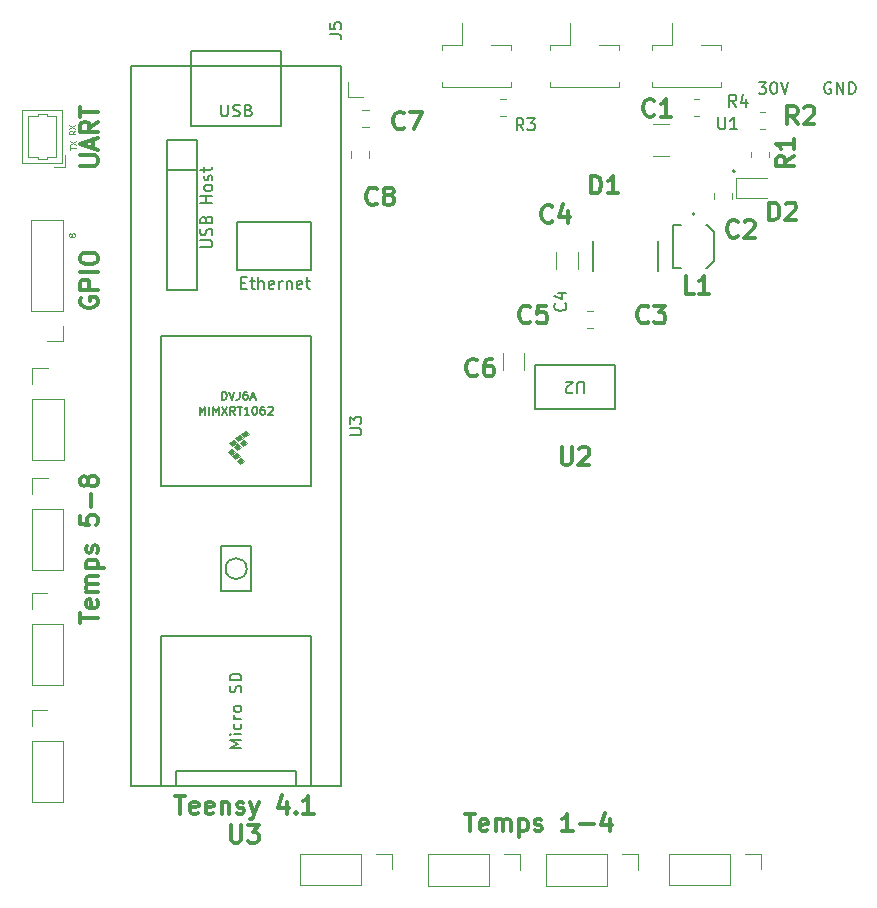
<source format=gbr>
%TF.GenerationSoftware,KiCad,Pcbnew,9.0.0*%
%TF.CreationDate,2025-03-31T19:53:22-05:00*%
%TF.ProjectId,HASP_Power_System,48415350-5f50-46f7-9765-725f53797374,rev?*%
%TF.SameCoordinates,Original*%
%TF.FileFunction,Legend,Top*%
%TF.FilePolarity,Positive*%
%FSLAX46Y46*%
G04 Gerber Fmt 4.6, Leading zero omitted, Abs format (unit mm)*
G04 Created by KiCad (PCBNEW 9.0.0) date 2025-03-31 19:53:22*
%MOMM*%
%LPD*%
G01*
G04 APERTURE LIST*
%ADD10C,0.300000*%
%ADD11C,0.150000*%
%ADD12C,0.075000*%
%ADD13C,0.120000*%
%ADD14C,0.127000*%
%ADD15C,0.200000*%
%ADD16C,0.152400*%
%ADD17C,0.100000*%
G04 APERTURE END LIST*
D10*
X118300828Y-78445489D02*
X119515114Y-78445489D01*
X119515114Y-78445489D02*
X119657971Y-78374060D01*
X119657971Y-78374060D02*
X119729400Y-78302632D01*
X119729400Y-78302632D02*
X119800828Y-78159774D01*
X119800828Y-78159774D02*
X119800828Y-77874060D01*
X119800828Y-77874060D02*
X119729400Y-77731203D01*
X119729400Y-77731203D02*
X119657971Y-77659774D01*
X119657971Y-77659774D02*
X119515114Y-77588346D01*
X119515114Y-77588346D02*
X118300828Y-77588346D01*
X119372257Y-76945488D02*
X119372257Y-76231203D01*
X119800828Y-77088345D02*
X118300828Y-76588345D01*
X118300828Y-76588345D02*
X119800828Y-76088345D01*
X119800828Y-74731203D02*
X119086542Y-75231203D01*
X119800828Y-75588346D02*
X118300828Y-75588346D01*
X118300828Y-75588346D02*
X118300828Y-75016917D01*
X118300828Y-75016917D02*
X118372257Y-74874060D01*
X118372257Y-74874060D02*
X118443685Y-74802631D01*
X118443685Y-74802631D02*
X118586542Y-74731203D01*
X118586542Y-74731203D02*
X118800828Y-74731203D01*
X118800828Y-74731203D02*
X118943685Y-74802631D01*
X118943685Y-74802631D02*
X119015114Y-74874060D01*
X119015114Y-74874060D02*
X119086542Y-75016917D01*
X119086542Y-75016917D02*
X119086542Y-75588346D01*
X118300828Y-74302631D02*
X118300828Y-73445489D01*
X119800828Y-73874060D02*
X118300828Y-73874060D01*
X166911653Y-74157971D02*
X166840225Y-74229400D01*
X166840225Y-74229400D02*
X166625939Y-74300828D01*
X166625939Y-74300828D02*
X166483082Y-74300828D01*
X166483082Y-74300828D02*
X166268796Y-74229400D01*
X166268796Y-74229400D02*
X166125939Y-74086542D01*
X166125939Y-74086542D02*
X166054510Y-73943685D01*
X166054510Y-73943685D02*
X165983082Y-73657971D01*
X165983082Y-73657971D02*
X165983082Y-73443685D01*
X165983082Y-73443685D02*
X166054510Y-73157971D01*
X166054510Y-73157971D02*
X166125939Y-73015114D01*
X166125939Y-73015114D02*
X166268796Y-72872257D01*
X166268796Y-72872257D02*
X166483082Y-72800828D01*
X166483082Y-72800828D02*
X166625939Y-72800828D01*
X166625939Y-72800828D02*
X166840225Y-72872257D01*
X166840225Y-72872257D02*
X166911653Y-72943685D01*
X168340225Y-74300828D02*
X167483082Y-74300828D01*
X167911653Y-74300828D02*
X167911653Y-72800828D01*
X167911653Y-72800828D02*
X167768796Y-73015114D01*
X167768796Y-73015114D02*
X167625939Y-73157971D01*
X167625939Y-73157971D02*
X167483082Y-73229400D01*
X159054510Y-102281054D02*
X159054510Y-103495340D01*
X159054510Y-103495340D02*
X159125939Y-103638197D01*
X159125939Y-103638197D02*
X159197368Y-103709626D01*
X159197368Y-103709626D02*
X159340225Y-103781054D01*
X159340225Y-103781054D02*
X159625939Y-103781054D01*
X159625939Y-103781054D02*
X159768796Y-103709626D01*
X159768796Y-103709626D02*
X159840225Y-103638197D01*
X159840225Y-103638197D02*
X159911653Y-103495340D01*
X159911653Y-103495340D02*
X159911653Y-102281054D01*
X160554511Y-102423911D02*
X160625939Y-102352483D01*
X160625939Y-102352483D02*
X160768797Y-102281054D01*
X160768797Y-102281054D02*
X161125939Y-102281054D01*
X161125939Y-102281054D02*
X161268797Y-102352483D01*
X161268797Y-102352483D02*
X161340225Y-102423911D01*
X161340225Y-102423911D02*
X161411654Y-102566768D01*
X161411654Y-102566768D02*
X161411654Y-102709626D01*
X161411654Y-102709626D02*
X161340225Y-102923911D01*
X161340225Y-102923911D02*
X160483082Y-103781054D01*
X160483082Y-103781054D02*
X161411654Y-103781054D01*
X145737890Y-75239056D02*
X145666462Y-75310485D01*
X145666462Y-75310485D02*
X145452176Y-75381913D01*
X145452176Y-75381913D02*
X145309319Y-75381913D01*
X145309319Y-75381913D02*
X145095033Y-75310485D01*
X145095033Y-75310485D02*
X144952176Y-75167627D01*
X144952176Y-75167627D02*
X144880747Y-75024770D01*
X144880747Y-75024770D02*
X144809319Y-74739056D01*
X144809319Y-74739056D02*
X144809319Y-74524770D01*
X144809319Y-74524770D02*
X144880747Y-74239056D01*
X144880747Y-74239056D02*
X144952176Y-74096199D01*
X144952176Y-74096199D02*
X145095033Y-73953342D01*
X145095033Y-73953342D02*
X145309319Y-73881913D01*
X145309319Y-73881913D02*
X145452176Y-73881913D01*
X145452176Y-73881913D02*
X145666462Y-73953342D01*
X145666462Y-73953342D02*
X145737890Y-74024770D01*
X146237890Y-73881913D02*
X147237890Y-73881913D01*
X147237890Y-73881913D02*
X146595033Y-75381913D01*
X150840225Y-133300828D02*
X151697368Y-133300828D01*
X151268796Y-134800828D02*
X151268796Y-133300828D01*
X152768796Y-134729400D02*
X152625939Y-134800828D01*
X152625939Y-134800828D02*
X152340225Y-134800828D01*
X152340225Y-134800828D02*
X152197367Y-134729400D01*
X152197367Y-134729400D02*
X152125939Y-134586542D01*
X152125939Y-134586542D02*
X152125939Y-134015114D01*
X152125939Y-134015114D02*
X152197367Y-133872257D01*
X152197367Y-133872257D02*
X152340225Y-133800828D01*
X152340225Y-133800828D02*
X152625939Y-133800828D01*
X152625939Y-133800828D02*
X152768796Y-133872257D01*
X152768796Y-133872257D02*
X152840225Y-134015114D01*
X152840225Y-134015114D02*
X152840225Y-134157971D01*
X152840225Y-134157971D02*
X152125939Y-134300828D01*
X153483081Y-134800828D02*
X153483081Y-133800828D01*
X153483081Y-133943685D02*
X153554510Y-133872257D01*
X153554510Y-133872257D02*
X153697367Y-133800828D01*
X153697367Y-133800828D02*
X153911653Y-133800828D01*
X153911653Y-133800828D02*
X154054510Y-133872257D01*
X154054510Y-133872257D02*
X154125939Y-134015114D01*
X154125939Y-134015114D02*
X154125939Y-134800828D01*
X154125939Y-134015114D02*
X154197367Y-133872257D01*
X154197367Y-133872257D02*
X154340224Y-133800828D01*
X154340224Y-133800828D02*
X154554510Y-133800828D01*
X154554510Y-133800828D02*
X154697367Y-133872257D01*
X154697367Y-133872257D02*
X154768796Y-134015114D01*
X154768796Y-134015114D02*
X154768796Y-134800828D01*
X155483081Y-133800828D02*
X155483081Y-135300828D01*
X155483081Y-133872257D02*
X155625939Y-133800828D01*
X155625939Y-133800828D02*
X155911653Y-133800828D01*
X155911653Y-133800828D02*
X156054510Y-133872257D01*
X156054510Y-133872257D02*
X156125939Y-133943685D01*
X156125939Y-133943685D02*
X156197367Y-134086542D01*
X156197367Y-134086542D02*
X156197367Y-134515114D01*
X156197367Y-134515114D02*
X156125939Y-134657971D01*
X156125939Y-134657971D02*
X156054510Y-134729400D01*
X156054510Y-134729400D02*
X155911653Y-134800828D01*
X155911653Y-134800828D02*
X155625939Y-134800828D01*
X155625939Y-134800828D02*
X155483081Y-134729400D01*
X156768796Y-134729400D02*
X156911653Y-134800828D01*
X156911653Y-134800828D02*
X157197367Y-134800828D01*
X157197367Y-134800828D02*
X157340224Y-134729400D01*
X157340224Y-134729400D02*
X157411653Y-134586542D01*
X157411653Y-134586542D02*
X157411653Y-134515114D01*
X157411653Y-134515114D02*
X157340224Y-134372257D01*
X157340224Y-134372257D02*
X157197367Y-134300828D01*
X157197367Y-134300828D02*
X156983082Y-134300828D01*
X156983082Y-134300828D02*
X156840224Y-134229400D01*
X156840224Y-134229400D02*
X156768796Y-134086542D01*
X156768796Y-134086542D02*
X156768796Y-134015114D01*
X156768796Y-134015114D02*
X156840224Y-133872257D01*
X156840224Y-133872257D02*
X156983082Y-133800828D01*
X156983082Y-133800828D02*
X157197367Y-133800828D01*
X157197367Y-133800828D02*
X157340224Y-133872257D01*
X159983082Y-134800828D02*
X159125939Y-134800828D01*
X159554510Y-134800828D02*
X159554510Y-133300828D01*
X159554510Y-133300828D02*
X159411653Y-133515114D01*
X159411653Y-133515114D02*
X159268796Y-133657971D01*
X159268796Y-133657971D02*
X159125939Y-133729400D01*
X160625938Y-134229400D02*
X161768796Y-134229400D01*
X163125939Y-133800828D02*
X163125939Y-134800828D01*
X162768796Y-133229400D02*
X162411653Y-134300828D01*
X162411653Y-134300828D02*
X163340224Y-134300828D01*
D11*
X181860588Y-71417438D02*
X181765350Y-71369819D01*
X181765350Y-71369819D02*
X181622493Y-71369819D01*
X181622493Y-71369819D02*
X181479636Y-71417438D01*
X181479636Y-71417438D02*
X181384398Y-71512676D01*
X181384398Y-71512676D02*
X181336779Y-71607914D01*
X181336779Y-71607914D02*
X181289160Y-71798390D01*
X181289160Y-71798390D02*
X181289160Y-71941247D01*
X181289160Y-71941247D02*
X181336779Y-72131723D01*
X181336779Y-72131723D02*
X181384398Y-72226961D01*
X181384398Y-72226961D02*
X181479636Y-72322200D01*
X181479636Y-72322200D02*
X181622493Y-72369819D01*
X181622493Y-72369819D02*
X181717731Y-72369819D01*
X181717731Y-72369819D02*
X181860588Y-72322200D01*
X181860588Y-72322200D02*
X181908207Y-72274580D01*
X181908207Y-72274580D02*
X181908207Y-71941247D01*
X181908207Y-71941247D02*
X181717731Y-71941247D01*
X182336779Y-72369819D02*
X182336779Y-71369819D01*
X182336779Y-71369819D02*
X182908207Y-72369819D01*
X182908207Y-72369819D02*
X182908207Y-71369819D01*
X183384398Y-72369819D02*
X183384398Y-71369819D01*
X183384398Y-71369819D02*
X183622493Y-71369819D01*
X183622493Y-71369819D02*
X183765350Y-71417438D01*
X183765350Y-71417438D02*
X183860588Y-71512676D01*
X183860588Y-71512676D02*
X183908207Y-71607914D01*
X183908207Y-71607914D02*
X183955826Y-71798390D01*
X183955826Y-71798390D02*
X183955826Y-71941247D01*
X183955826Y-71941247D02*
X183908207Y-72131723D01*
X183908207Y-72131723D02*
X183860588Y-72226961D01*
X183860588Y-72226961D02*
X183765350Y-72322200D01*
X183765350Y-72322200D02*
X183622493Y-72369819D01*
X183622493Y-72369819D02*
X183384398Y-72369819D01*
D10*
X179041653Y-74920828D02*
X178541653Y-74206542D01*
X178184510Y-74920828D02*
X178184510Y-73420828D01*
X178184510Y-73420828D02*
X178755939Y-73420828D01*
X178755939Y-73420828D02*
X178898796Y-73492257D01*
X178898796Y-73492257D02*
X178970225Y-73563685D01*
X178970225Y-73563685D02*
X179041653Y-73706542D01*
X179041653Y-73706542D02*
X179041653Y-73920828D01*
X179041653Y-73920828D02*
X178970225Y-74063685D01*
X178970225Y-74063685D02*
X178898796Y-74135114D01*
X178898796Y-74135114D02*
X178755939Y-74206542D01*
X178755939Y-74206542D02*
X178184510Y-74206542D01*
X179613082Y-73563685D02*
X179684510Y-73492257D01*
X179684510Y-73492257D02*
X179827368Y-73420828D01*
X179827368Y-73420828D02*
X180184510Y-73420828D01*
X180184510Y-73420828D02*
X180327368Y-73492257D01*
X180327368Y-73492257D02*
X180398796Y-73563685D01*
X180398796Y-73563685D02*
X180470225Y-73706542D01*
X180470225Y-73706542D02*
X180470225Y-73849400D01*
X180470225Y-73849400D02*
X180398796Y-74063685D01*
X180398796Y-74063685D02*
X179541653Y-74920828D01*
X179541653Y-74920828D02*
X180470225Y-74920828D01*
X173978778Y-84400780D02*
X173907350Y-84472209D01*
X173907350Y-84472209D02*
X173693064Y-84543637D01*
X173693064Y-84543637D02*
X173550207Y-84543637D01*
X173550207Y-84543637D02*
X173335921Y-84472209D01*
X173335921Y-84472209D02*
X173193064Y-84329351D01*
X173193064Y-84329351D02*
X173121635Y-84186494D01*
X173121635Y-84186494D02*
X173050207Y-83900780D01*
X173050207Y-83900780D02*
X173050207Y-83686494D01*
X173050207Y-83686494D02*
X173121635Y-83400780D01*
X173121635Y-83400780D02*
X173193064Y-83257923D01*
X173193064Y-83257923D02*
X173335921Y-83115066D01*
X173335921Y-83115066D02*
X173550207Y-83043637D01*
X173550207Y-83043637D02*
X173693064Y-83043637D01*
X173693064Y-83043637D02*
X173907350Y-83115066D01*
X173907350Y-83115066D02*
X173978778Y-83186494D01*
X174550207Y-83186494D02*
X174621635Y-83115066D01*
X174621635Y-83115066D02*
X174764493Y-83043637D01*
X174764493Y-83043637D02*
X175121635Y-83043637D01*
X175121635Y-83043637D02*
X175264493Y-83115066D01*
X175264493Y-83115066D02*
X175335921Y-83186494D01*
X175335921Y-83186494D02*
X175407350Y-83329351D01*
X175407350Y-83329351D02*
X175407350Y-83472209D01*
X175407350Y-83472209D02*
X175335921Y-83686494D01*
X175335921Y-83686494D02*
X174478778Y-84543637D01*
X174478778Y-84543637D02*
X175407350Y-84543637D01*
X176646526Y-83069926D02*
X176646526Y-81569926D01*
X176646526Y-81569926D02*
X177003669Y-81569926D01*
X177003669Y-81569926D02*
X177217955Y-81641355D01*
X177217955Y-81641355D02*
X177360812Y-81784212D01*
X177360812Y-81784212D02*
X177432241Y-81927069D01*
X177432241Y-81927069D02*
X177503669Y-82212783D01*
X177503669Y-82212783D02*
X177503669Y-82427069D01*
X177503669Y-82427069D02*
X177432241Y-82712783D01*
X177432241Y-82712783D02*
X177360812Y-82855640D01*
X177360812Y-82855640D02*
X177217955Y-82998498D01*
X177217955Y-82998498D02*
X177003669Y-83069926D01*
X177003669Y-83069926D02*
X176646526Y-83069926D01*
X178075098Y-81712783D02*
X178146526Y-81641355D01*
X178146526Y-81641355D02*
X178289384Y-81569926D01*
X178289384Y-81569926D02*
X178646526Y-81569926D01*
X178646526Y-81569926D02*
X178789384Y-81641355D01*
X178789384Y-81641355D02*
X178860812Y-81712783D01*
X178860812Y-81712783D02*
X178932241Y-81855640D01*
X178932241Y-81855640D02*
X178932241Y-81998498D01*
X178932241Y-81998498D02*
X178860812Y-82212783D01*
X178860812Y-82212783D02*
X178003669Y-83069926D01*
X178003669Y-83069926D02*
X178932241Y-83069926D01*
X143411653Y-81657971D02*
X143340225Y-81729400D01*
X143340225Y-81729400D02*
X143125939Y-81800828D01*
X143125939Y-81800828D02*
X142983082Y-81800828D01*
X142983082Y-81800828D02*
X142768796Y-81729400D01*
X142768796Y-81729400D02*
X142625939Y-81586542D01*
X142625939Y-81586542D02*
X142554510Y-81443685D01*
X142554510Y-81443685D02*
X142483082Y-81157971D01*
X142483082Y-81157971D02*
X142483082Y-80943685D01*
X142483082Y-80943685D02*
X142554510Y-80657971D01*
X142554510Y-80657971D02*
X142625939Y-80515114D01*
X142625939Y-80515114D02*
X142768796Y-80372257D01*
X142768796Y-80372257D02*
X142983082Y-80300828D01*
X142983082Y-80300828D02*
X143125939Y-80300828D01*
X143125939Y-80300828D02*
X143340225Y-80372257D01*
X143340225Y-80372257D02*
X143411653Y-80443685D01*
X144268796Y-80943685D02*
X144125939Y-80872257D01*
X144125939Y-80872257D02*
X144054510Y-80800828D01*
X144054510Y-80800828D02*
X143983082Y-80657971D01*
X143983082Y-80657971D02*
X143983082Y-80586542D01*
X143983082Y-80586542D02*
X144054510Y-80443685D01*
X144054510Y-80443685D02*
X144125939Y-80372257D01*
X144125939Y-80372257D02*
X144268796Y-80300828D01*
X144268796Y-80300828D02*
X144554510Y-80300828D01*
X144554510Y-80300828D02*
X144697368Y-80372257D01*
X144697368Y-80372257D02*
X144768796Y-80443685D01*
X144768796Y-80443685D02*
X144840225Y-80586542D01*
X144840225Y-80586542D02*
X144840225Y-80657971D01*
X144840225Y-80657971D02*
X144768796Y-80800828D01*
X144768796Y-80800828D02*
X144697368Y-80872257D01*
X144697368Y-80872257D02*
X144554510Y-80943685D01*
X144554510Y-80943685D02*
X144268796Y-80943685D01*
X144268796Y-80943685D02*
X144125939Y-81015114D01*
X144125939Y-81015114D02*
X144054510Y-81086542D01*
X144054510Y-81086542D02*
X143983082Y-81229400D01*
X143983082Y-81229400D02*
X143983082Y-81515114D01*
X143983082Y-81515114D02*
X144054510Y-81657971D01*
X144054510Y-81657971D02*
X144125939Y-81729400D01*
X144125939Y-81729400D02*
X144268796Y-81800828D01*
X144268796Y-81800828D02*
X144554510Y-81800828D01*
X144554510Y-81800828D02*
X144697368Y-81729400D01*
X144697368Y-81729400D02*
X144768796Y-81657971D01*
X144768796Y-81657971D02*
X144840225Y-81515114D01*
X144840225Y-81515114D02*
X144840225Y-81229400D01*
X144840225Y-81229400D02*
X144768796Y-81086542D01*
X144768796Y-81086542D02*
X144697368Y-81015114D01*
X144697368Y-81015114D02*
X144554510Y-80943685D01*
D12*
X117426831Y-77110990D02*
X117426831Y-76825276D01*
X117926831Y-76968133D02*
X117426831Y-76968133D01*
X117426831Y-76706229D02*
X117926831Y-76372896D01*
X117426831Y-76372896D02*
X117926831Y-76706229D01*
D10*
X178710533Y-77623928D02*
X177996247Y-78123928D01*
X178710533Y-78481071D02*
X177210533Y-78481071D01*
X177210533Y-78481071D02*
X177210533Y-77909642D01*
X177210533Y-77909642D02*
X177281962Y-77766785D01*
X177281962Y-77766785D02*
X177353390Y-77695356D01*
X177353390Y-77695356D02*
X177496247Y-77623928D01*
X177496247Y-77623928D02*
X177710533Y-77623928D01*
X177710533Y-77623928D02*
X177853390Y-77695356D01*
X177853390Y-77695356D02*
X177924819Y-77766785D01*
X177924819Y-77766785D02*
X177996247Y-77909642D01*
X177996247Y-77909642D02*
X177996247Y-78481071D01*
X178710533Y-76195356D02*
X178710533Y-77052499D01*
X178710533Y-76623928D02*
X177210533Y-76623928D01*
X177210533Y-76623928D02*
X177424819Y-76766785D01*
X177424819Y-76766785D02*
X177567676Y-76909642D01*
X177567676Y-76909642D02*
X177639105Y-77052499D01*
X151911653Y-96157971D02*
X151840225Y-96229400D01*
X151840225Y-96229400D02*
X151625939Y-96300828D01*
X151625939Y-96300828D02*
X151483082Y-96300828D01*
X151483082Y-96300828D02*
X151268796Y-96229400D01*
X151268796Y-96229400D02*
X151125939Y-96086542D01*
X151125939Y-96086542D02*
X151054510Y-95943685D01*
X151054510Y-95943685D02*
X150983082Y-95657971D01*
X150983082Y-95657971D02*
X150983082Y-95443685D01*
X150983082Y-95443685D02*
X151054510Y-95157971D01*
X151054510Y-95157971D02*
X151125939Y-95015114D01*
X151125939Y-95015114D02*
X151268796Y-94872257D01*
X151268796Y-94872257D02*
X151483082Y-94800828D01*
X151483082Y-94800828D02*
X151625939Y-94800828D01*
X151625939Y-94800828D02*
X151840225Y-94872257D01*
X151840225Y-94872257D02*
X151911653Y-94943685D01*
X153197368Y-94800828D02*
X152911653Y-94800828D01*
X152911653Y-94800828D02*
X152768796Y-94872257D01*
X152768796Y-94872257D02*
X152697368Y-94943685D01*
X152697368Y-94943685D02*
X152554510Y-95157971D01*
X152554510Y-95157971D02*
X152483082Y-95443685D01*
X152483082Y-95443685D02*
X152483082Y-96015114D01*
X152483082Y-96015114D02*
X152554510Y-96157971D01*
X152554510Y-96157971D02*
X152625939Y-96229400D01*
X152625939Y-96229400D02*
X152768796Y-96300828D01*
X152768796Y-96300828D02*
X153054510Y-96300828D01*
X153054510Y-96300828D02*
X153197368Y-96229400D01*
X153197368Y-96229400D02*
X153268796Y-96157971D01*
X153268796Y-96157971D02*
X153340225Y-96015114D01*
X153340225Y-96015114D02*
X153340225Y-95657971D01*
X153340225Y-95657971D02*
X153268796Y-95515114D01*
X153268796Y-95515114D02*
X153197368Y-95443685D01*
X153197368Y-95443685D02*
X153054510Y-95372257D01*
X153054510Y-95372257D02*
X152768796Y-95372257D01*
X152768796Y-95372257D02*
X152625939Y-95443685D01*
X152625939Y-95443685D02*
X152554510Y-95515114D01*
X152554510Y-95515114D02*
X152483082Y-95657971D01*
X118372257Y-89659774D02*
X118300828Y-89802632D01*
X118300828Y-89802632D02*
X118300828Y-90016917D01*
X118300828Y-90016917D02*
X118372257Y-90231203D01*
X118372257Y-90231203D02*
X118515114Y-90374060D01*
X118515114Y-90374060D02*
X118657971Y-90445489D01*
X118657971Y-90445489D02*
X118943685Y-90516917D01*
X118943685Y-90516917D02*
X119157971Y-90516917D01*
X119157971Y-90516917D02*
X119443685Y-90445489D01*
X119443685Y-90445489D02*
X119586542Y-90374060D01*
X119586542Y-90374060D02*
X119729400Y-90231203D01*
X119729400Y-90231203D02*
X119800828Y-90016917D01*
X119800828Y-90016917D02*
X119800828Y-89874060D01*
X119800828Y-89874060D02*
X119729400Y-89659774D01*
X119729400Y-89659774D02*
X119657971Y-89588346D01*
X119657971Y-89588346D02*
X119157971Y-89588346D01*
X119157971Y-89588346D02*
X119157971Y-89874060D01*
X119800828Y-88945489D02*
X118300828Y-88945489D01*
X118300828Y-88945489D02*
X118300828Y-88374060D01*
X118300828Y-88374060D02*
X118372257Y-88231203D01*
X118372257Y-88231203D02*
X118443685Y-88159774D01*
X118443685Y-88159774D02*
X118586542Y-88088346D01*
X118586542Y-88088346D02*
X118800828Y-88088346D01*
X118800828Y-88088346D02*
X118943685Y-88159774D01*
X118943685Y-88159774D02*
X119015114Y-88231203D01*
X119015114Y-88231203D02*
X119086542Y-88374060D01*
X119086542Y-88374060D02*
X119086542Y-88945489D01*
X119800828Y-87445489D02*
X118300828Y-87445489D01*
X118300828Y-86445488D02*
X118300828Y-86159774D01*
X118300828Y-86159774D02*
X118372257Y-86016917D01*
X118372257Y-86016917D02*
X118515114Y-85874060D01*
X118515114Y-85874060D02*
X118800828Y-85802631D01*
X118800828Y-85802631D02*
X119300828Y-85802631D01*
X119300828Y-85802631D02*
X119586542Y-85874060D01*
X119586542Y-85874060D02*
X119729400Y-86016917D01*
X119729400Y-86016917D02*
X119800828Y-86159774D01*
X119800828Y-86159774D02*
X119800828Y-86445488D01*
X119800828Y-86445488D02*
X119729400Y-86588346D01*
X119729400Y-86588346D02*
X119586542Y-86731203D01*
X119586542Y-86731203D02*
X119300828Y-86802631D01*
X119300828Y-86802631D02*
X118800828Y-86802631D01*
X118800828Y-86802631D02*
X118515114Y-86731203D01*
X118515114Y-86731203D02*
X118372257Y-86588346D01*
X118372257Y-86588346D02*
X118300828Y-86445488D01*
D11*
X175741541Y-71369819D02*
X176360588Y-71369819D01*
X176360588Y-71369819D02*
X176027255Y-71750771D01*
X176027255Y-71750771D02*
X176170112Y-71750771D01*
X176170112Y-71750771D02*
X176265350Y-71798390D01*
X176265350Y-71798390D02*
X176312969Y-71846009D01*
X176312969Y-71846009D02*
X176360588Y-71941247D01*
X176360588Y-71941247D02*
X176360588Y-72179342D01*
X176360588Y-72179342D02*
X176312969Y-72274580D01*
X176312969Y-72274580D02*
X176265350Y-72322200D01*
X176265350Y-72322200D02*
X176170112Y-72369819D01*
X176170112Y-72369819D02*
X175884398Y-72369819D01*
X175884398Y-72369819D02*
X175789160Y-72322200D01*
X175789160Y-72322200D02*
X175741541Y-72274580D01*
X176979636Y-71369819D02*
X177074874Y-71369819D01*
X177074874Y-71369819D02*
X177170112Y-71417438D01*
X177170112Y-71417438D02*
X177217731Y-71465057D01*
X177217731Y-71465057D02*
X177265350Y-71560295D01*
X177265350Y-71560295D02*
X177312969Y-71750771D01*
X177312969Y-71750771D02*
X177312969Y-71988866D01*
X177312969Y-71988866D02*
X177265350Y-72179342D01*
X177265350Y-72179342D02*
X177217731Y-72274580D01*
X177217731Y-72274580D02*
X177170112Y-72322200D01*
X177170112Y-72322200D02*
X177074874Y-72369819D01*
X177074874Y-72369819D02*
X176979636Y-72369819D01*
X176979636Y-72369819D02*
X176884398Y-72322200D01*
X176884398Y-72322200D02*
X176836779Y-72274580D01*
X176836779Y-72274580D02*
X176789160Y-72179342D01*
X176789160Y-72179342D02*
X176741541Y-71988866D01*
X176741541Y-71988866D02*
X176741541Y-71750771D01*
X176741541Y-71750771D02*
X176789160Y-71560295D01*
X176789160Y-71560295D02*
X176836779Y-71465057D01*
X176836779Y-71465057D02*
X176884398Y-71417438D01*
X176884398Y-71417438D02*
X176979636Y-71369819D01*
X177598684Y-71369819D02*
X177932017Y-72369819D01*
X177932017Y-72369819D02*
X178265350Y-71369819D01*
D12*
X117890952Y-75474136D02*
X117652857Y-75640802D01*
X117890952Y-75759850D02*
X117390952Y-75759850D01*
X117390952Y-75759850D02*
X117390952Y-75569374D01*
X117390952Y-75569374D02*
X117414762Y-75521755D01*
X117414762Y-75521755D02*
X117438571Y-75497945D01*
X117438571Y-75497945D02*
X117486190Y-75474136D01*
X117486190Y-75474136D02*
X117557619Y-75474136D01*
X117557619Y-75474136D02*
X117605238Y-75497945D01*
X117605238Y-75497945D02*
X117629047Y-75521755D01*
X117629047Y-75521755D02*
X117652857Y-75569374D01*
X117652857Y-75569374D02*
X117652857Y-75759850D01*
X117390952Y-75307469D02*
X117890952Y-74974136D01*
X117390952Y-74974136D02*
X117890952Y-75307469D01*
X117570484Y-84379999D02*
X117546674Y-84427618D01*
X117546674Y-84427618D02*
X117522865Y-84451428D01*
X117522865Y-84451428D02*
X117475246Y-84475237D01*
X117475246Y-84475237D02*
X117451436Y-84475237D01*
X117451436Y-84475237D02*
X117403817Y-84451428D01*
X117403817Y-84451428D02*
X117380008Y-84427618D01*
X117380008Y-84427618D02*
X117356198Y-84379999D01*
X117356198Y-84379999D02*
X117356198Y-84284761D01*
X117356198Y-84284761D02*
X117380008Y-84237142D01*
X117380008Y-84237142D02*
X117403817Y-84213333D01*
X117403817Y-84213333D02*
X117451436Y-84189523D01*
X117451436Y-84189523D02*
X117475246Y-84189523D01*
X117475246Y-84189523D02*
X117522865Y-84213333D01*
X117522865Y-84213333D02*
X117546674Y-84237142D01*
X117546674Y-84237142D02*
X117570484Y-84284761D01*
X117570484Y-84284761D02*
X117570484Y-84379999D01*
X117570484Y-84379999D02*
X117594293Y-84427618D01*
X117594293Y-84427618D02*
X117618103Y-84451428D01*
X117618103Y-84451428D02*
X117665722Y-84475237D01*
X117665722Y-84475237D02*
X117760960Y-84475237D01*
X117760960Y-84475237D02*
X117808579Y-84451428D01*
X117808579Y-84451428D02*
X117832389Y-84427618D01*
X117832389Y-84427618D02*
X117856198Y-84379999D01*
X117856198Y-84379999D02*
X117856198Y-84284761D01*
X117856198Y-84284761D02*
X117832389Y-84237142D01*
X117832389Y-84237142D02*
X117808579Y-84213333D01*
X117808579Y-84213333D02*
X117760960Y-84189523D01*
X117760960Y-84189523D02*
X117665722Y-84189523D01*
X117665722Y-84189523D02*
X117618103Y-84213333D01*
X117618103Y-84213333D02*
X117594293Y-84237142D01*
X117594293Y-84237142D02*
X117570484Y-84284761D01*
D10*
X158277103Y-83157971D02*
X158205675Y-83229400D01*
X158205675Y-83229400D02*
X157991389Y-83300828D01*
X157991389Y-83300828D02*
X157848532Y-83300828D01*
X157848532Y-83300828D02*
X157634246Y-83229400D01*
X157634246Y-83229400D02*
X157491389Y-83086542D01*
X157491389Y-83086542D02*
X157419960Y-82943685D01*
X157419960Y-82943685D02*
X157348532Y-82657971D01*
X157348532Y-82657971D02*
X157348532Y-82443685D01*
X157348532Y-82443685D02*
X157419960Y-82157971D01*
X157419960Y-82157971D02*
X157491389Y-82015114D01*
X157491389Y-82015114D02*
X157634246Y-81872257D01*
X157634246Y-81872257D02*
X157848532Y-81800828D01*
X157848532Y-81800828D02*
X157991389Y-81800828D01*
X157991389Y-81800828D02*
X158205675Y-81872257D01*
X158205675Y-81872257D02*
X158277103Y-81943685D01*
X159562818Y-82300828D02*
X159562818Y-83300828D01*
X159205675Y-81729400D02*
X158848532Y-82800828D01*
X158848532Y-82800828D02*
X159777103Y-82800828D01*
X170268796Y-89300828D02*
X169554510Y-89300828D01*
X169554510Y-89300828D02*
X169554510Y-87800828D01*
X171554511Y-89300828D02*
X170697368Y-89300828D01*
X171125939Y-89300828D02*
X171125939Y-87800828D01*
X171125939Y-87800828D02*
X170983082Y-88015114D01*
X170983082Y-88015114D02*
X170840225Y-88157971D01*
X170840225Y-88157971D02*
X170697368Y-88229400D01*
X118300828Y-117159774D02*
X118300828Y-116302632D01*
X119800828Y-116731203D02*
X118300828Y-116731203D01*
X119729400Y-115231203D02*
X119800828Y-115374060D01*
X119800828Y-115374060D02*
X119800828Y-115659775D01*
X119800828Y-115659775D02*
X119729400Y-115802632D01*
X119729400Y-115802632D02*
X119586542Y-115874060D01*
X119586542Y-115874060D02*
X119015114Y-115874060D01*
X119015114Y-115874060D02*
X118872257Y-115802632D01*
X118872257Y-115802632D02*
X118800828Y-115659775D01*
X118800828Y-115659775D02*
X118800828Y-115374060D01*
X118800828Y-115374060D02*
X118872257Y-115231203D01*
X118872257Y-115231203D02*
X119015114Y-115159775D01*
X119015114Y-115159775D02*
X119157971Y-115159775D01*
X119157971Y-115159775D02*
X119300828Y-115874060D01*
X119800828Y-114516918D02*
X118800828Y-114516918D01*
X118943685Y-114516918D02*
X118872257Y-114445489D01*
X118872257Y-114445489D02*
X118800828Y-114302632D01*
X118800828Y-114302632D02*
X118800828Y-114088346D01*
X118800828Y-114088346D02*
X118872257Y-113945489D01*
X118872257Y-113945489D02*
X119015114Y-113874061D01*
X119015114Y-113874061D02*
X119800828Y-113874061D01*
X119015114Y-113874061D02*
X118872257Y-113802632D01*
X118872257Y-113802632D02*
X118800828Y-113659775D01*
X118800828Y-113659775D02*
X118800828Y-113445489D01*
X118800828Y-113445489D02*
X118872257Y-113302632D01*
X118872257Y-113302632D02*
X119015114Y-113231203D01*
X119015114Y-113231203D02*
X119800828Y-113231203D01*
X118800828Y-112516918D02*
X120300828Y-112516918D01*
X118872257Y-112516918D02*
X118800828Y-112374061D01*
X118800828Y-112374061D02*
X118800828Y-112088346D01*
X118800828Y-112088346D02*
X118872257Y-111945489D01*
X118872257Y-111945489D02*
X118943685Y-111874061D01*
X118943685Y-111874061D02*
X119086542Y-111802632D01*
X119086542Y-111802632D02*
X119515114Y-111802632D01*
X119515114Y-111802632D02*
X119657971Y-111874061D01*
X119657971Y-111874061D02*
X119729400Y-111945489D01*
X119729400Y-111945489D02*
X119800828Y-112088346D01*
X119800828Y-112088346D02*
X119800828Y-112374061D01*
X119800828Y-112374061D02*
X119729400Y-112516918D01*
X119729400Y-111231203D02*
X119800828Y-111088346D01*
X119800828Y-111088346D02*
X119800828Y-110802632D01*
X119800828Y-110802632D02*
X119729400Y-110659775D01*
X119729400Y-110659775D02*
X119586542Y-110588346D01*
X119586542Y-110588346D02*
X119515114Y-110588346D01*
X119515114Y-110588346D02*
X119372257Y-110659775D01*
X119372257Y-110659775D02*
X119300828Y-110802632D01*
X119300828Y-110802632D02*
X119300828Y-111016918D01*
X119300828Y-111016918D02*
X119229400Y-111159775D01*
X119229400Y-111159775D02*
X119086542Y-111231203D01*
X119086542Y-111231203D02*
X119015114Y-111231203D01*
X119015114Y-111231203D02*
X118872257Y-111159775D01*
X118872257Y-111159775D02*
X118800828Y-111016918D01*
X118800828Y-111016918D02*
X118800828Y-110802632D01*
X118800828Y-110802632D02*
X118872257Y-110659775D01*
X118300828Y-108088346D02*
X118300828Y-108802632D01*
X118300828Y-108802632D02*
X119015114Y-108874060D01*
X119015114Y-108874060D02*
X118943685Y-108802632D01*
X118943685Y-108802632D02*
X118872257Y-108659775D01*
X118872257Y-108659775D02*
X118872257Y-108302632D01*
X118872257Y-108302632D02*
X118943685Y-108159775D01*
X118943685Y-108159775D02*
X119015114Y-108088346D01*
X119015114Y-108088346D02*
X119157971Y-108016917D01*
X119157971Y-108016917D02*
X119515114Y-108016917D01*
X119515114Y-108016917D02*
X119657971Y-108088346D01*
X119657971Y-108088346D02*
X119729400Y-108159775D01*
X119729400Y-108159775D02*
X119800828Y-108302632D01*
X119800828Y-108302632D02*
X119800828Y-108659775D01*
X119800828Y-108659775D02*
X119729400Y-108802632D01*
X119729400Y-108802632D02*
X119657971Y-108874060D01*
X119229400Y-107374061D02*
X119229400Y-106231204D01*
X118943685Y-105302632D02*
X118872257Y-105445489D01*
X118872257Y-105445489D02*
X118800828Y-105516918D01*
X118800828Y-105516918D02*
X118657971Y-105588346D01*
X118657971Y-105588346D02*
X118586542Y-105588346D01*
X118586542Y-105588346D02*
X118443685Y-105516918D01*
X118443685Y-105516918D02*
X118372257Y-105445489D01*
X118372257Y-105445489D02*
X118300828Y-105302632D01*
X118300828Y-105302632D02*
X118300828Y-105016918D01*
X118300828Y-105016918D02*
X118372257Y-104874061D01*
X118372257Y-104874061D02*
X118443685Y-104802632D01*
X118443685Y-104802632D02*
X118586542Y-104731203D01*
X118586542Y-104731203D02*
X118657971Y-104731203D01*
X118657971Y-104731203D02*
X118800828Y-104802632D01*
X118800828Y-104802632D02*
X118872257Y-104874061D01*
X118872257Y-104874061D02*
X118943685Y-105016918D01*
X118943685Y-105016918D02*
X118943685Y-105302632D01*
X118943685Y-105302632D02*
X119015114Y-105445489D01*
X119015114Y-105445489D02*
X119086542Y-105516918D01*
X119086542Y-105516918D02*
X119229400Y-105588346D01*
X119229400Y-105588346D02*
X119515114Y-105588346D01*
X119515114Y-105588346D02*
X119657971Y-105516918D01*
X119657971Y-105516918D02*
X119729400Y-105445489D01*
X119729400Y-105445489D02*
X119800828Y-105302632D01*
X119800828Y-105302632D02*
X119800828Y-105016918D01*
X119800828Y-105016918D02*
X119729400Y-104874061D01*
X119729400Y-104874061D02*
X119657971Y-104802632D01*
X119657971Y-104802632D02*
X119515114Y-104731203D01*
X119515114Y-104731203D02*
X119229400Y-104731203D01*
X119229400Y-104731203D02*
X119086542Y-104802632D01*
X119086542Y-104802632D02*
X119015114Y-104874061D01*
X119015114Y-104874061D02*
X118943685Y-105016918D01*
D11*
X172336779Y-74369819D02*
X172336779Y-75179342D01*
X172336779Y-75179342D02*
X172384398Y-75274580D01*
X172384398Y-75274580D02*
X172432017Y-75322200D01*
X172432017Y-75322200D02*
X172527255Y-75369819D01*
X172527255Y-75369819D02*
X172717731Y-75369819D01*
X172717731Y-75369819D02*
X172812969Y-75322200D01*
X172812969Y-75322200D02*
X172860588Y-75274580D01*
X172860588Y-75274580D02*
X172908207Y-75179342D01*
X172908207Y-75179342D02*
X172908207Y-74369819D01*
X173908207Y-75369819D02*
X173336779Y-75369819D01*
X173622493Y-75369819D02*
X173622493Y-74369819D01*
X173622493Y-74369819D02*
X173527255Y-74512676D01*
X173527255Y-74512676D02*
X173432017Y-74607914D01*
X173432017Y-74607914D02*
X173336779Y-74655533D01*
D10*
X156411653Y-91657971D02*
X156340225Y-91729400D01*
X156340225Y-91729400D02*
X156125939Y-91800828D01*
X156125939Y-91800828D02*
X155983082Y-91800828D01*
X155983082Y-91800828D02*
X155768796Y-91729400D01*
X155768796Y-91729400D02*
X155625939Y-91586542D01*
X155625939Y-91586542D02*
X155554510Y-91443685D01*
X155554510Y-91443685D02*
X155483082Y-91157971D01*
X155483082Y-91157971D02*
X155483082Y-90943685D01*
X155483082Y-90943685D02*
X155554510Y-90657971D01*
X155554510Y-90657971D02*
X155625939Y-90515114D01*
X155625939Y-90515114D02*
X155768796Y-90372257D01*
X155768796Y-90372257D02*
X155983082Y-90300828D01*
X155983082Y-90300828D02*
X156125939Y-90300828D01*
X156125939Y-90300828D02*
X156340225Y-90372257D01*
X156340225Y-90372257D02*
X156411653Y-90443685D01*
X157768796Y-90300828D02*
X157054510Y-90300828D01*
X157054510Y-90300828D02*
X156983082Y-91015114D01*
X156983082Y-91015114D02*
X157054510Y-90943685D01*
X157054510Y-90943685D02*
X157197368Y-90872257D01*
X157197368Y-90872257D02*
X157554510Y-90872257D01*
X157554510Y-90872257D02*
X157697368Y-90943685D01*
X157697368Y-90943685D02*
X157768796Y-91015114D01*
X157768796Y-91015114D02*
X157840225Y-91157971D01*
X157840225Y-91157971D02*
X157840225Y-91515114D01*
X157840225Y-91515114D02*
X157768796Y-91657971D01*
X157768796Y-91657971D02*
X157697368Y-91729400D01*
X157697368Y-91729400D02*
X157554510Y-91800828D01*
X157554510Y-91800828D02*
X157197368Y-91800828D01*
X157197368Y-91800828D02*
X157054510Y-91729400D01*
X157054510Y-91729400D02*
X156983082Y-91657971D01*
X166411653Y-91657971D02*
X166340225Y-91729400D01*
X166340225Y-91729400D02*
X166125939Y-91800828D01*
X166125939Y-91800828D02*
X165983082Y-91800828D01*
X165983082Y-91800828D02*
X165768796Y-91729400D01*
X165768796Y-91729400D02*
X165625939Y-91586542D01*
X165625939Y-91586542D02*
X165554510Y-91443685D01*
X165554510Y-91443685D02*
X165483082Y-91157971D01*
X165483082Y-91157971D02*
X165483082Y-90943685D01*
X165483082Y-90943685D02*
X165554510Y-90657971D01*
X165554510Y-90657971D02*
X165625939Y-90515114D01*
X165625939Y-90515114D02*
X165768796Y-90372257D01*
X165768796Y-90372257D02*
X165983082Y-90300828D01*
X165983082Y-90300828D02*
X166125939Y-90300828D01*
X166125939Y-90300828D02*
X166340225Y-90372257D01*
X166340225Y-90372257D02*
X166411653Y-90443685D01*
X166911653Y-90300828D02*
X167840225Y-90300828D01*
X167840225Y-90300828D02*
X167340225Y-90872257D01*
X167340225Y-90872257D02*
X167554510Y-90872257D01*
X167554510Y-90872257D02*
X167697368Y-90943685D01*
X167697368Y-90943685D02*
X167768796Y-91015114D01*
X167768796Y-91015114D02*
X167840225Y-91157971D01*
X167840225Y-91157971D02*
X167840225Y-91515114D01*
X167840225Y-91515114D02*
X167768796Y-91657971D01*
X167768796Y-91657971D02*
X167697368Y-91729400D01*
X167697368Y-91729400D02*
X167554510Y-91800828D01*
X167554510Y-91800828D02*
X167125939Y-91800828D01*
X167125939Y-91800828D02*
X166983082Y-91729400D01*
X166983082Y-91729400D02*
X166911653Y-91657971D01*
X131054510Y-134300828D02*
X131054510Y-135515114D01*
X131054510Y-135515114D02*
X131125939Y-135657971D01*
X131125939Y-135657971D02*
X131197368Y-135729400D01*
X131197368Y-135729400D02*
X131340225Y-135800828D01*
X131340225Y-135800828D02*
X131625939Y-135800828D01*
X131625939Y-135800828D02*
X131768796Y-135729400D01*
X131768796Y-135729400D02*
X131840225Y-135657971D01*
X131840225Y-135657971D02*
X131911653Y-135515114D01*
X131911653Y-135515114D02*
X131911653Y-134300828D01*
X132483082Y-134300828D02*
X133411654Y-134300828D01*
X133411654Y-134300828D02*
X132911654Y-134872257D01*
X132911654Y-134872257D02*
X133125939Y-134872257D01*
X133125939Y-134872257D02*
X133268797Y-134943685D01*
X133268797Y-134943685D02*
X133340225Y-135015114D01*
X133340225Y-135015114D02*
X133411654Y-135157971D01*
X133411654Y-135157971D02*
X133411654Y-135515114D01*
X133411654Y-135515114D02*
X133340225Y-135657971D01*
X133340225Y-135657971D02*
X133268797Y-135729400D01*
X133268797Y-135729400D02*
X133125939Y-135800828D01*
X133125939Y-135800828D02*
X132697368Y-135800828D01*
X132697368Y-135800828D02*
X132554511Y-135729400D01*
X132554511Y-135729400D02*
X132483082Y-135657971D01*
X126340225Y-131800828D02*
X127197368Y-131800828D01*
X126768796Y-133300828D02*
X126768796Y-131800828D01*
X128268796Y-133229400D02*
X128125939Y-133300828D01*
X128125939Y-133300828D02*
X127840225Y-133300828D01*
X127840225Y-133300828D02*
X127697367Y-133229400D01*
X127697367Y-133229400D02*
X127625939Y-133086542D01*
X127625939Y-133086542D02*
X127625939Y-132515114D01*
X127625939Y-132515114D02*
X127697367Y-132372257D01*
X127697367Y-132372257D02*
X127840225Y-132300828D01*
X127840225Y-132300828D02*
X128125939Y-132300828D01*
X128125939Y-132300828D02*
X128268796Y-132372257D01*
X128268796Y-132372257D02*
X128340225Y-132515114D01*
X128340225Y-132515114D02*
X128340225Y-132657971D01*
X128340225Y-132657971D02*
X127625939Y-132800828D01*
X129554510Y-133229400D02*
X129411653Y-133300828D01*
X129411653Y-133300828D02*
X129125939Y-133300828D01*
X129125939Y-133300828D02*
X128983081Y-133229400D01*
X128983081Y-133229400D02*
X128911653Y-133086542D01*
X128911653Y-133086542D02*
X128911653Y-132515114D01*
X128911653Y-132515114D02*
X128983081Y-132372257D01*
X128983081Y-132372257D02*
X129125939Y-132300828D01*
X129125939Y-132300828D02*
X129411653Y-132300828D01*
X129411653Y-132300828D02*
X129554510Y-132372257D01*
X129554510Y-132372257D02*
X129625939Y-132515114D01*
X129625939Y-132515114D02*
X129625939Y-132657971D01*
X129625939Y-132657971D02*
X128911653Y-132800828D01*
X130268795Y-132300828D02*
X130268795Y-133300828D01*
X130268795Y-132443685D02*
X130340224Y-132372257D01*
X130340224Y-132372257D02*
X130483081Y-132300828D01*
X130483081Y-132300828D02*
X130697367Y-132300828D01*
X130697367Y-132300828D02*
X130840224Y-132372257D01*
X130840224Y-132372257D02*
X130911653Y-132515114D01*
X130911653Y-132515114D02*
X130911653Y-133300828D01*
X131554510Y-133229400D02*
X131697367Y-133300828D01*
X131697367Y-133300828D02*
X131983081Y-133300828D01*
X131983081Y-133300828D02*
X132125938Y-133229400D01*
X132125938Y-133229400D02*
X132197367Y-133086542D01*
X132197367Y-133086542D02*
X132197367Y-133015114D01*
X132197367Y-133015114D02*
X132125938Y-132872257D01*
X132125938Y-132872257D02*
X131983081Y-132800828D01*
X131983081Y-132800828D02*
X131768796Y-132800828D01*
X131768796Y-132800828D02*
X131625938Y-132729400D01*
X131625938Y-132729400D02*
X131554510Y-132586542D01*
X131554510Y-132586542D02*
X131554510Y-132515114D01*
X131554510Y-132515114D02*
X131625938Y-132372257D01*
X131625938Y-132372257D02*
X131768796Y-132300828D01*
X131768796Y-132300828D02*
X131983081Y-132300828D01*
X131983081Y-132300828D02*
X132125938Y-132372257D01*
X132697367Y-132300828D02*
X133054510Y-133300828D01*
X133411653Y-132300828D02*
X133054510Y-133300828D01*
X133054510Y-133300828D02*
X132911653Y-133657971D01*
X132911653Y-133657971D02*
X132840224Y-133729400D01*
X132840224Y-133729400D02*
X132697367Y-133800828D01*
X135768796Y-132300828D02*
X135768796Y-133300828D01*
X135411653Y-131729400D02*
X135054510Y-132800828D01*
X135054510Y-132800828D02*
X135983081Y-132800828D01*
X136554509Y-133157971D02*
X136625938Y-133229400D01*
X136625938Y-133229400D02*
X136554509Y-133300828D01*
X136554509Y-133300828D02*
X136483081Y-133229400D01*
X136483081Y-133229400D02*
X136554509Y-133157971D01*
X136554509Y-133157971D02*
X136554509Y-133300828D01*
X138054510Y-133300828D02*
X137197367Y-133300828D01*
X137625938Y-133300828D02*
X137625938Y-131800828D01*
X137625938Y-131800828D02*
X137483081Y-132015114D01*
X137483081Y-132015114D02*
X137340224Y-132157971D01*
X137340224Y-132157971D02*
X137197367Y-132229400D01*
X161554510Y-80800828D02*
X161554510Y-79300828D01*
X161554510Y-79300828D02*
X161911653Y-79300828D01*
X161911653Y-79300828D02*
X162125939Y-79372257D01*
X162125939Y-79372257D02*
X162268796Y-79515114D01*
X162268796Y-79515114D02*
X162340225Y-79657971D01*
X162340225Y-79657971D02*
X162411653Y-79943685D01*
X162411653Y-79943685D02*
X162411653Y-80157971D01*
X162411653Y-80157971D02*
X162340225Y-80443685D01*
X162340225Y-80443685D02*
X162268796Y-80586542D01*
X162268796Y-80586542D02*
X162125939Y-80729400D01*
X162125939Y-80729400D02*
X161911653Y-80800828D01*
X161911653Y-80800828D02*
X161554510Y-80800828D01*
X163840225Y-80800828D02*
X162983082Y-80800828D01*
X163411653Y-80800828D02*
X163411653Y-79300828D01*
X163411653Y-79300828D02*
X163268796Y-79515114D01*
X163268796Y-79515114D02*
X163125939Y-79657971D01*
X163125939Y-79657971D02*
X162983082Y-79729400D01*
D11*
X155833333Y-75454819D02*
X155500000Y-74978628D01*
X155261905Y-75454819D02*
X155261905Y-74454819D01*
X155261905Y-74454819D02*
X155642857Y-74454819D01*
X155642857Y-74454819D02*
X155738095Y-74502438D01*
X155738095Y-74502438D02*
X155785714Y-74550057D01*
X155785714Y-74550057D02*
X155833333Y-74645295D01*
X155833333Y-74645295D02*
X155833333Y-74788152D01*
X155833333Y-74788152D02*
X155785714Y-74883390D01*
X155785714Y-74883390D02*
X155738095Y-74931009D01*
X155738095Y-74931009D02*
X155642857Y-74978628D01*
X155642857Y-74978628D02*
X155261905Y-74978628D01*
X156166667Y-74454819D02*
X156785714Y-74454819D01*
X156785714Y-74454819D02*
X156452381Y-74835771D01*
X156452381Y-74835771D02*
X156595238Y-74835771D01*
X156595238Y-74835771D02*
X156690476Y-74883390D01*
X156690476Y-74883390D02*
X156738095Y-74931009D01*
X156738095Y-74931009D02*
X156785714Y-75026247D01*
X156785714Y-75026247D02*
X156785714Y-75264342D01*
X156785714Y-75264342D02*
X156738095Y-75359580D01*
X156738095Y-75359580D02*
X156690476Y-75407200D01*
X156690476Y-75407200D02*
X156595238Y-75454819D01*
X156595238Y-75454819D02*
X156309524Y-75454819D01*
X156309524Y-75454819D02*
X156214286Y-75407200D01*
X156214286Y-75407200D02*
X156166667Y-75359580D01*
X139409819Y-67323333D02*
X140124104Y-67323333D01*
X140124104Y-67323333D02*
X140266961Y-67370952D01*
X140266961Y-67370952D02*
X140362200Y-67466190D01*
X140362200Y-67466190D02*
X140409819Y-67609047D01*
X140409819Y-67609047D02*
X140409819Y-67704285D01*
X139409819Y-66370952D02*
X139409819Y-66847142D01*
X139409819Y-66847142D02*
X139886009Y-66894761D01*
X139886009Y-66894761D02*
X139838390Y-66847142D01*
X139838390Y-66847142D02*
X139790771Y-66751904D01*
X139790771Y-66751904D02*
X139790771Y-66513809D01*
X139790771Y-66513809D02*
X139838390Y-66418571D01*
X139838390Y-66418571D02*
X139886009Y-66370952D01*
X139886009Y-66370952D02*
X139981247Y-66323333D01*
X139981247Y-66323333D02*
X140219342Y-66323333D01*
X140219342Y-66323333D02*
X140314580Y-66370952D01*
X140314580Y-66370952D02*
X140362200Y-66418571D01*
X140362200Y-66418571D02*
X140409819Y-66513809D01*
X140409819Y-66513809D02*
X140409819Y-66751904D01*
X140409819Y-66751904D02*
X140362200Y-66847142D01*
X140362200Y-66847142D02*
X140314580Y-66894761D01*
X159359580Y-90116666D02*
X159407200Y-90164285D01*
X159407200Y-90164285D02*
X159454819Y-90307142D01*
X159454819Y-90307142D02*
X159454819Y-90402380D01*
X159454819Y-90402380D02*
X159407200Y-90545237D01*
X159407200Y-90545237D02*
X159311961Y-90640475D01*
X159311961Y-90640475D02*
X159216723Y-90688094D01*
X159216723Y-90688094D02*
X159026247Y-90735713D01*
X159026247Y-90735713D02*
X158883390Y-90735713D01*
X158883390Y-90735713D02*
X158692914Y-90688094D01*
X158692914Y-90688094D02*
X158597676Y-90640475D01*
X158597676Y-90640475D02*
X158502438Y-90545237D01*
X158502438Y-90545237D02*
X158454819Y-90402380D01*
X158454819Y-90402380D02*
X158454819Y-90307142D01*
X158454819Y-90307142D02*
X158502438Y-90164285D01*
X158502438Y-90164285D02*
X158550057Y-90116666D01*
X158788152Y-89259523D02*
X159454819Y-89259523D01*
X158407200Y-89497618D02*
X159121485Y-89735713D01*
X159121485Y-89735713D02*
X159121485Y-89116666D01*
X173833333Y-73454819D02*
X173500000Y-72978628D01*
X173261905Y-73454819D02*
X173261905Y-72454819D01*
X173261905Y-72454819D02*
X173642857Y-72454819D01*
X173642857Y-72454819D02*
X173738095Y-72502438D01*
X173738095Y-72502438D02*
X173785714Y-72550057D01*
X173785714Y-72550057D02*
X173833333Y-72645295D01*
X173833333Y-72645295D02*
X173833333Y-72788152D01*
X173833333Y-72788152D02*
X173785714Y-72883390D01*
X173785714Y-72883390D02*
X173738095Y-72931009D01*
X173738095Y-72931009D02*
X173642857Y-72978628D01*
X173642857Y-72978628D02*
X173261905Y-72978628D01*
X174690476Y-72788152D02*
X174690476Y-73454819D01*
X174452381Y-72407200D02*
X174214286Y-73121485D01*
X174214286Y-73121485D02*
X174833333Y-73121485D01*
X160961904Y-97725806D02*
X160961904Y-96916283D01*
X160961904Y-96916283D02*
X160914285Y-96821045D01*
X160914285Y-96821045D02*
X160866666Y-96773426D01*
X160866666Y-96773426D02*
X160771428Y-96725806D01*
X160771428Y-96725806D02*
X160580952Y-96725806D01*
X160580952Y-96725806D02*
X160485714Y-96773426D01*
X160485714Y-96773426D02*
X160438095Y-96821045D01*
X160438095Y-96821045D02*
X160390476Y-96916283D01*
X160390476Y-96916283D02*
X160390476Y-97725806D01*
X159961904Y-97630568D02*
X159914285Y-97678187D01*
X159914285Y-97678187D02*
X159819047Y-97725806D01*
X159819047Y-97725806D02*
X159580952Y-97725806D01*
X159580952Y-97725806D02*
X159485714Y-97678187D01*
X159485714Y-97678187D02*
X159438095Y-97630568D01*
X159438095Y-97630568D02*
X159390476Y-97535330D01*
X159390476Y-97535330D02*
X159390476Y-97440092D01*
X159390476Y-97440092D02*
X159438095Y-97297235D01*
X159438095Y-97297235D02*
X160009523Y-96725806D01*
X160009523Y-96725806D02*
X159390476Y-96725806D01*
X141114819Y-101261904D02*
X141924342Y-101261904D01*
X141924342Y-101261904D02*
X142019580Y-101214285D01*
X142019580Y-101214285D02*
X142067200Y-101166666D01*
X142067200Y-101166666D02*
X142114819Y-101071428D01*
X142114819Y-101071428D02*
X142114819Y-100880952D01*
X142114819Y-100880952D02*
X142067200Y-100785714D01*
X142067200Y-100785714D02*
X142019580Y-100738095D01*
X142019580Y-100738095D02*
X141924342Y-100690476D01*
X141924342Y-100690476D02*
X141114819Y-100690476D01*
X141114819Y-100309523D02*
X141114819Y-99690476D01*
X141114819Y-99690476D02*
X141495771Y-100023809D01*
X141495771Y-100023809D02*
X141495771Y-99880952D01*
X141495771Y-99880952D02*
X141543390Y-99785714D01*
X141543390Y-99785714D02*
X141591009Y-99738095D01*
X141591009Y-99738095D02*
X141686247Y-99690476D01*
X141686247Y-99690476D02*
X141924342Y-99690476D01*
X141924342Y-99690476D02*
X142019580Y-99738095D01*
X142019580Y-99738095D02*
X142067200Y-99785714D01*
X142067200Y-99785714D02*
X142114819Y-99880952D01*
X142114819Y-99880952D02*
X142114819Y-100166666D01*
X142114819Y-100166666D02*
X142067200Y-100261904D01*
X142067200Y-100261904D02*
X142019580Y-100309523D01*
X128465619Y-85343723D02*
X129275142Y-85343723D01*
X129275142Y-85343723D02*
X129370380Y-85296104D01*
X129370380Y-85296104D02*
X129418000Y-85248485D01*
X129418000Y-85248485D02*
X129465619Y-85153247D01*
X129465619Y-85153247D02*
X129465619Y-84962771D01*
X129465619Y-84962771D02*
X129418000Y-84867533D01*
X129418000Y-84867533D02*
X129370380Y-84819914D01*
X129370380Y-84819914D02*
X129275142Y-84772295D01*
X129275142Y-84772295D02*
X128465619Y-84772295D01*
X129418000Y-84343723D02*
X129465619Y-84200866D01*
X129465619Y-84200866D02*
X129465619Y-83962771D01*
X129465619Y-83962771D02*
X129418000Y-83867533D01*
X129418000Y-83867533D02*
X129370380Y-83819914D01*
X129370380Y-83819914D02*
X129275142Y-83772295D01*
X129275142Y-83772295D02*
X129179904Y-83772295D01*
X129179904Y-83772295D02*
X129084666Y-83819914D01*
X129084666Y-83819914D02*
X129037047Y-83867533D01*
X129037047Y-83867533D02*
X128989428Y-83962771D01*
X128989428Y-83962771D02*
X128941809Y-84153247D01*
X128941809Y-84153247D02*
X128894190Y-84248485D01*
X128894190Y-84248485D02*
X128846571Y-84296104D01*
X128846571Y-84296104D02*
X128751333Y-84343723D01*
X128751333Y-84343723D02*
X128656095Y-84343723D01*
X128656095Y-84343723D02*
X128560857Y-84296104D01*
X128560857Y-84296104D02*
X128513238Y-84248485D01*
X128513238Y-84248485D02*
X128465619Y-84153247D01*
X128465619Y-84153247D02*
X128465619Y-83915152D01*
X128465619Y-83915152D02*
X128513238Y-83772295D01*
X128941809Y-83010390D02*
X128989428Y-82867533D01*
X128989428Y-82867533D02*
X129037047Y-82819914D01*
X129037047Y-82819914D02*
X129132285Y-82772295D01*
X129132285Y-82772295D02*
X129275142Y-82772295D01*
X129275142Y-82772295D02*
X129370380Y-82819914D01*
X129370380Y-82819914D02*
X129418000Y-82867533D01*
X129418000Y-82867533D02*
X129465619Y-82962771D01*
X129465619Y-82962771D02*
X129465619Y-83343723D01*
X129465619Y-83343723D02*
X128465619Y-83343723D01*
X128465619Y-83343723D02*
X128465619Y-83010390D01*
X128465619Y-83010390D02*
X128513238Y-82915152D01*
X128513238Y-82915152D02*
X128560857Y-82867533D01*
X128560857Y-82867533D02*
X128656095Y-82819914D01*
X128656095Y-82819914D02*
X128751333Y-82819914D01*
X128751333Y-82819914D02*
X128846571Y-82867533D01*
X128846571Y-82867533D02*
X128894190Y-82915152D01*
X128894190Y-82915152D02*
X128941809Y-83010390D01*
X128941809Y-83010390D02*
X128941809Y-83343723D01*
X129465619Y-81581818D02*
X128465619Y-81581818D01*
X128941809Y-81581818D02*
X128941809Y-81010390D01*
X129465619Y-81010390D02*
X128465619Y-81010390D01*
X129465619Y-80391342D02*
X129418000Y-80486580D01*
X129418000Y-80486580D02*
X129370380Y-80534199D01*
X129370380Y-80534199D02*
X129275142Y-80581818D01*
X129275142Y-80581818D02*
X128989428Y-80581818D01*
X128989428Y-80581818D02*
X128894190Y-80534199D01*
X128894190Y-80534199D02*
X128846571Y-80486580D01*
X128846571Y-80486580D02*
X128798952Y-80391342D01*
X128798952Y-80391342D02*
X128798952Y-80248485D01*
X128798952Y-80248485D02*
X128846571Y-80153247D01*
X128846571Y-80153247D02*
X128894190Y-80105628D01*
X128894190Y-80105628D02*
X128989428Y-80058009D01*
X128989428Y-80058009D02*
X129275142Y-80058009D01*
X129275142Y-80058009D02*
X129370380Y-80105628D01*
X129370380Y-80105628D02*
X129418000Y-80153247D01*
X129418000Y-80153247D02*
X129465619Y-80248485D01*
X129465619Y-80248485D02*
X129465619Y-80391342D01*
X129418000Y-79677056D02*
X129465619Y-79581818D01*
X129465619Y-79581818D02*
X129465619Y-79391342D01*
X129465619Y-79391342D02*
X129418000Y-79296104D01*
X129418000Y-79296104D02*
X129322761Y-79248485D01*
X129322761Y-79248485D02*
X129275142Y-79248485D01*
X129275142Y-79248485D02*
X129179904Y-79296104D01*
X129179904Y-79296104D02*
X129132285Y-79391342D01*
X129132285Y-79391342D02*
X129132285Y-79534199D01*
X129132285Y-79534199D02*
X129084666Y-79629437D01*
X129084666Y-79629437D02*
X128989428Y-79677056D01*
X128989428Y-79677056D02*
X128941809Y-79677056D01*
X128941809Y-79677056D02*
X128846571Y-79629437D01*
X128846571Y-79629437D02*
X128798952Y-79534199D01*
X128798952Y-79534199D02*
X128798952Y-79391342D01*
X128798952Y-79391342D02*
X128846571Y-79296104D01*
X128798952Y-78962770D02*
X128798952Y-78581818D01*
X128465619Y-78819913D02*
X129322761Y-78819913D01*
X129322761Y-78819913D02*
X129418000Y-78772294D01*
X129418000Y-78772294D02*
X129465619Y-78677056D01*
X129465619Y-78677056D02*
X129465619Y-78581818D01*
X130238095Y-73284819D02*
X130238095Y-74094342D01*
X130238095Y-74094342D02*
X130285714Y-74189580D01*
X130285714Y-74189580D02*
X130333333Y-74237200D01*
X130333333Y-74237200D02*
X130428571Y-74284819D01*
X130428571Y-74284819D02*
X130619047Y-74284819D01*
X130619047Y-74284819D02*
X130714285Y-74237200D01*
X130714285Y-74237200D02*
X130761904Y-74189580D01*
X130761904Y-74189580D02*
X130809523Y-74094342D01*
X130809523Y-74094342D02*
X130809523Y-73284819D01*
X131238095Y-74237200D02*
X131380952Y-74284819D01*
X131380952Y-74284819D02*
X131619047Y-74284819D01*
X131619047Y-74284819D02*
X131714285Y-74237200D01*
X131714285Y-74237200D02*
X131761904Y-74189580D01*
X131761904Y-74189580D02*
X131809523Y-74094342D01*
X131809523Y-74094342D02*
X131809523Y-73999104D01*
X131809523Y-73999104D02*
X131761904Y-73903866D01*
X131761904Y-73903866D02*
X131714285Y-73856247D01*
X131714285Y-73856247D02*
X131619047Y-73808628D01*
X131619047Y-73808628D02*
X131428571Y-73761009D01*
X131428571Y-73761009D02*
X131333333Y-73713390D01*
X131333333Y-73713390D02*
X131285714Y-73665771D01*
X131285714Y-73665771D02*
X131238095Y-73570533D01*
X131238095Y-73570533D02*
X131238095Y-73475295D01*
X131238095Y-73475295D02*
X131285714Y-73380057D01*
X131285714Y-73380057D02*
X131333333Y-73332438D01*
X131333333Y-73332438D02*
X131428571Y-73284819D01*
X131428571Y-73284819D02*
X131666666Y-73284819D01*
X131666666Y-73284819D02*
X131809523Y-73332438D01*
X132571428Y-73761009D02*
X132714285Y-73808628D01*
X132714285Y-73808628D02*
X132761904Y-73856247D01*
X132761904Y-73856247D02*
X132809523Y-73951485D01*
X132809523Y-73951485D02*
X132809523Y-74094342D01*
X132809523Y-74094342D02*
X132761904Y-74189580D01*
X132761904Y-74189580D02*
X132714285Y-74237200D01*
X132714285Y-74237200D02*
X132619047Y-74284819D01*
X132619047Y-74284819D02*
X132238095Y-74284819D01*
X132238095Y-74284819D02*
X132238095Y-73284819D01*
X132238095Y-73284819D02*
X132571428Y-73284819D01*
X132571428Y-73284819D02*
X132666666Y-73332438D01*
X132666666Y-73332438D02*
X132714285Y-73380057D01*
X132714285Y-73380057D02*
X132761904Y-73475295D01*
X132761904Y-73475295D02*
X132761904Y-73570533D01*
X132761904Y-73570533D02*
X132714285Y-73665771D01*
X132714285Y-73665771D02*
X132666666Y-73713390D01*
X132666666Y-73713390D02*
X132571428Y-73761009D01*
X132571428Y-73761009D02*
X132238095Y-73761009D01*
X130296666Y-98276033D02*
X130296666Y-97576033D01*
X130296666Y-97576033D02*
X130463333Y-97576033D01*
X130463333Y-97576033D02*
X130563333Y-97609366D01*
X130563333Y-97609366D02*
X130630000Y-97676033D01*
X130630000Y-97676033D02*
X130663333Y-97742700D01*
X130663333Y-97742700D02*
X130696666Y-97876033D01*
X130696666Y-97876033D02*
X130696666Y-97976033D01*
X130696666Y-97976033D02*
X130663333Y-98109366D01*
X130663333Y-98109366D02*
X130630000Y-98176033D01*
X130630000Y-98176033D02*
X130563333Y-98242700D01*
X130563333Y-98242700D02*
X130463333Y-98276033D01*
X130463333Y-98276033D02*
X130296666Y-98276033D01*
X130896666Y-97576033D02*
X131130000Y-98276033D01*
X131130000Y-98276033D02*
X131363333Y-97576033D01*
X131796666Y-97576033D02*
X131796666Y-98076033D01*
X131796666Y-98076033D02*
X131763333Y-98176033D01*
X131763333Y-98176033D02*
X131696666Y-98242700D01*
X131696666Y-98242700D02*
X131596666Y-98276033D01*
X131596666Y-98276033D02*
X131530000Y-98276033D01*
X132429999Y-97576033D02*
X132296666Y-97576033D01*
X132296666Y-97576033D02*
X132229999Y-97609366D01*
X132229999Y-97609366D02*
X132196666Y-97642700D01*
X132196666Y-97642700D02*
X132129999Y-97742700D01*
X132129999Y-97742700D02*
X132096666Y-97876033D01*
X132096666Y-97876033D02*
X132096666Y-98142700D01*
X132096666Y-98142700D02*
X132129999Y-98209366D01*
X132129999Y-98209366D02*
X132163333Y-98242700D01*
X132163333Y-98242700D02*
X132229999Y-98276033D01*
X132229999Y-98276033D02*
X132363333Y-98276033D01*
X132363333Y-98276033D02*
X132429999Y-98242700D01*
X132429999Y-98242700D02*
X132463333Y-98209366D01*
X132463333Y-98209366D02*
X132496666Y-98142700D01*
X132496666Y-98142700D02*
X132496666Y-97976033D01*
X132496666Y-97976033D02*
X132463333Y-97909366D01*
X132463333Y-97909366D02*
X132429999Y-97876033D01*
X132429999Y-97876033D02*
X132363333Y-97842700D01*
X132363333Y-97842700D02*
X132229999Y-97842700D01*
X132229999Y-97842700D02*
X132163333Y-97876033D01*
X132163333Y-97876033D02*
X132129999Y-97909366D01*
X132129999Y-97909366D02*
X132096666Y-97976033D01*
X132763333Y-98076033D02*
X133096666Y-98076033D01*
X132696666Y-98276033D02*
X132930000Y-97576033D01*
X132930000Y-97576033D02*
X133163333Y-98276033D01*
X131954819Y-127749047D02*
X130954819Y-127749047D01*
X130954819Y-127749047D02*
X131669104Y-127415714D01*
X131669104Y-127415714D02*
X130954819Y-127082381D01*
X130954819Y-127082381D02*
X131954819Y-127082381D01*
X131954819Y-126606190D02*
X131288152Y-126606190D01*
X130954819Y-126606190D02*
X131002438Y-126653809D01*
X131002438Y-126653809D02*
X131050057Y-126606190D01*
X131050057Y-126606190D02*
X131002438Y-126558571D01*
X131002438Y-126558571D02*
X130954819Y-126606190D01*
X130954819Y-126606190D02*
X131050057Y-126606190D01*
X131907200Y-125701429D02*
X131954819Y-125796667D01*
X131954819Y-125796667D02*
X131954819Y-125987143D01*
X131954819Y-125987143D02*
X131907200Y-126082381D01*
X131907200Y-126082381D02*
X131859580Y-126130000D01*
X131859580Y-126130000D02*
X131764342Y-126177619D01*
X131764342Y-126177619D02*
X131478628Y-126177619D01*
X131478628Y-126177619D02*
X131383390Y-126130000D01*
X131383390Y-126130000D02*
X131335771Y-126082381D01*
X131335771Y-126082381D02*
X131288152Y-125987143D01*
X131288152Y-125987143D02*
X131288152Y-125796667D01*
X131288152Y-125796667D02*
X131335771Y-125701429D01*
X131954819Y-125272857D02*
X131288152Y-125272857D01*
X131478628Y-125272857D02*
X131383390Y-125225238D01*
X131383390Y-125225238D02*
X131335771Y-125177619D01*
X131335771Y-125177619D02*
X131288152Y-125082381D01*
X131288152Y-125082381D02*
X131288152Y-124987143D01*
X131954819Y-124510952D02*
X131907200Y-124606190D01*
X131907200Y-124606190D02*
X131859580Y-124653809D01*
X131859580Y-124653809D02*
X131764342Y-124701428D01*
X131764342Y-124701428D02*
X131478628Y-124701428D01*
X131478628Y-124701428D02*
X131383390Y-124653809D01*
X131383390Y-124653809D02*
X131335771Y-124606190D01*
X131335771Y-124606190D02*
X131288152Y-124510952D01*
X131288152Y-124510952D02*
X131288152Y-124368095D01*
X131288152Y-124368095D02*
X131335771Y-124272857D01*
X131335771Y-124272857D02*
X131383390Y-124225238D01*
X131383390Y-124225238D02*
X131478628Y-124177619D01*
X131478628Y-124177619D02*
X131764342Y-124177619D01*
X131764342Y-124177619D02*
X131859580Y-124225238D01*
X131859580Y-124225238D02*
X131907200Y-124272857D01*
X131907200Y-124272857D02*
X131954819Y-124368095D01*
X131954819Y-124368095D02*
X131954819Y-124510952D01*
X131907200Y-123034761D02*
X131954819Y-122891904D01*
X131954819Y-122891904D02*
X131954819Y-122653809D01*
X131954819Y-122653809D02*
X131907200Y-122558571D01*
X131907200Y-122558571D02*
X131859580Y-122510952D01*
X131859580Y-122510952D02*
X131764342Y-122463333D01*
X131764342Y-122463333D02*
X131669104Y-122463333D01*
X131669104Y-122463333D02*
X131573866Y-122510952D01*
X131573866Y-122510952D02*
X131526247Y-122558571D01*
X131526247Y-122558571D02*
X131478628Y-122653809D01*
X131478628Y-122653809D02*
X131431009Y-122844285D01*
X131431009Y-122844285D02*
X131383390Y-122939523D01*
X131383390Y-122939523D02*
X131335771Y-122987142D01*
X131335771Y-122987142D02*
X131240533Y-123034761D01*
X131240533Y-123034761D02*
X131145295Y-123034761D01*
X131145295Y-123034761D02*
X131050057Y-122987142D01*
X131050057Y-122987142D02*
X131002438Y-122939523D01*
X131002438Y-122939523D02*
X130954819Y-122844285D01*
X130954819Y-122844285D02*
X130954819Y-122606190D01*
X130954819Y-122606190D02*
X131002438Y-122463333D01*
X131954819Y-122034761D02*
X130954819Y-122034761D01*
X130954819Y-122034761D02*
X130954819Y-121796666D01*
X130954819Y-121796666D02*
X131002438Y-121653809D01*
X131002438Y-121653809D02*
X131097676Y-121558571D01*
X131097676Y-121558571D02*
X131192914Y-121510952D01*
X131192914Y-121510952D02*
X131383390Y-121463333D01*
X131383390Y-121463333D02*
X131526247Y-121463333D01*
X131526247Y-121463333D02*
X131716723Y-121510952D01*
X131716723Y-121510952D02*
X131811961Y-121558571D01*
X131811961Y-121558571D02*
X131907200Y-121653809D01*
X131907200Y-121653809D02*
X131954819Y-121796666D01*
X131954819Y-121796666D02*
X131954819Y-122034761D01*
X131919456Y-88366009D02*
X132252789Y-88366009D01*
X132395646Y-88889819D02*
X131919456Y-88889819D01*
X131919456Y-88889819D02*
X131919456Y-87889819D01*
X131919456Y-87889819D02*
X132395646Y-87889819D01*
X132681361Y-88223152D02*
X133062313Y-88223152D01*
X132824218Y-87889819D02*
X132824218Y-88746961D01*
X132824218Y-88746961D02*
X132871837Y-88842200D01*
X132871837Y-88842200D02*
X132967075Y-88889819D01*
X132967075Y-88889819D02*
X133062313Y-88889819D01*
X133395647Y-88889819D02*
X133395647Y-87889819D01*
X133824218Y-88889819D02*
X133824218Y-88366009D01*
X133824218Y-88366009D02*
X133776599Y-88270771D01*
X133776599Y-88270771D02*
X133681361Y-88223152D01*
X133681361Y-88223152D02*
X133538504Y-88223152D01*
X133538504Y-88223152D02*
X133443266Y-88270771D01*
X133443266Y-88270771D02*
X133395647Y-88318390D01*
X134681361Y-88842200D02*
X134586123Y-88889819D01*
X134586123Y-88889819D02*
X134395647Y-88889819D01*
X134395647Y-88889819D02*
X134300409Y-88842200D01*
X134300409Y-88842200D02*
X134252790Y-88746961D01*
X134252790Y-88746961D02*
X134252790Y-88366009D01*
X134252790Y-88366009D02*
X134300409Y-88270771D01*
X134300409Y-88270771D02*
X134395647Y-88223152D01*
X134395647Y-88223152D02*
X134586123Y-88223152D01*
X134586123Y-88223152D02*
X134681361Y-88270771D01*
X134681361Y-88270771D02*
X134728980Y-88366009D01*
X134728980Y-88366009D02*
X134728980Y-88461247D01*
X134728980Y-88461247D02*
X134252790Y-88556485D01*
X135157552Y-88889819D02*
X135157552Y-88223152D01*
X135157552Y-88413628D02*
X135205171Y-88318390D01*
X135205171Y-88318390D02*
X135252790Y-88270771D01*
X135252790Y-88270771D02*
X135348028Y-88223152D01*
X135348028Y-88223152D02*
X135443266Y-88223152D01*
X135776600Y-88223152D02*
X135776600Y-88889819D01*
X135776600Y-88318390D02*
X135824219Y-88270771D01*
X135824219Y-88270771D02*
X135919457Y-88223152D01*
X135919457Y-88223152D02*
X136062314Y-88223152D01*
X136062314Y-88223152D02*
X136157552Y-88270771D01*
X136157552Y-88270771D02*
X136205171Y-88366009D01*
X136205171Y-88366009D02*
X136205171Y-88889819D01*
X137062314Y-88842200D02*
X136967076Y-88889819D01*
X136967076Y-88889819D02*
X136776600Y-88889819D01*
X136776600Y-88889819D02*
X136681362Y-88842200D01*
X136681362Y-88842200D02*
X136633743Y-88746961D01*
X136633743Y-88746961D02*
X136633743Y-88366009D01*
X136633743Y-88366009D02*
X136681362Y-88270771D01*
X136681362Y-88270771D02*
X136776600Y-88223152D01*
X136776600Y-88223152D02*
X136967076Y-88223152D01*
X136967076Y-88223152D02*
X137062314Y-88270771D01*
X137062314Y-88270771D02*
X137109933Y-88366009D01*
X137109933Y-88366009D02*
X137109933Y-88461247D01*
X137109933Y-88461247D02*
X136633743Y-88556485D01*
X137395648Y-88223152D02*
X137776600Y-88223152D01*
X137538505Y-87889819D02*
X137538505Y-88746961D01*
X137538505Y-88746961D02*
X137586124Y-88842200D01*
X137586124Y-88842200D02*
X137681362Y-88889819D01*
X137681362Y-88889819D02*
X137776600Y-88889819D01*
X128416666Y-99546033D02*
X128416666Y-98846033D01*
X128416666Y-98846033D02*
X128650000Y-99346033D01*
X128650000Y-99346033D02*
X128883333Y-98846033D01*
X128883333Y-98846033D02*
X128883333Y-99546033D01*
X129216666Y-99546033D02*
X129216666Y-98846033D01*
X129549999Y-99546033D02*
X129549999Y-98846033D01*
X129549999Y-98846033D02*
X129783333Y-99346033D01*
X129783333Y-99346033D02*
X130016666Y-98846033D01*
X130016666Y-98846033D02*
X130016666Y-99546033D01*
X130283333Y-98846033D02*
X130749999Y-99546033D01*
X130749999Y-98846033D02*
X130283333Y-99546033D01*
X131416666Y-99546033D02*
X131183333Y-99212700D01*
X131016666Y-99546033D02*
X131016666Y-98846033D01*
X131016666Y-98846033D02*
X131283333Y-98846033D01*
X131283333Y-98846033D02*
X131350000Y-98879366D01*
X131350000Y-98879366D02*
X131383333Y-98912700D01*
X131383333Y-98912700D02*
X131416666Y-98979366D01*
X131416666Y-98979366D02*
X131416666Y-99079366D01*
X131416666Y-99079366D02*
X131383333Y-99146033D01*
X131383333Y-99146033D02*
X131350000Y-99179366D01*
X131350000Y-99179366D02*
X131283333Y-99212700D01*
X131283333Y-99212700D02*
X131016666Y-99212700D01*
X131616666Y-98846033D02*
X132016666Y-98846033D01*
X131816666Y-99546033D02*
X131816666Y-98846033D01*
X132616666Y-99546033D02*
X132216666Y-99546033D01*
X132416666Y-99546033D02*
X132416666Y-98846033D01*
X132416666Y-98846033D02*
X132349999Y-98946033D01*
X132349999Y-98946033D02*
X132283333Y-99012700D01*
X132283333Y-99012700D02*
X132216666Y-99046033D01*
X133050000Y-98846033D02*
X133116666Y-98846033D01*
X133116666Y-98846033D02*
X133183333Y-98879366D01*
X133183333Y-98879366D02*
X133216666Y-98912700D01*
X133216666Y-98912700D02*
X133250000Y-98979366D01*
X133250000Y-98979366D02*
X133283333Y-99112700D01*
X133283333Y-99112700D02*
X133283333Y-99279366D01*
X133283333Y-99279366D02*
X133250000Y-99412700D01*
X133250000Y-99412700D02*
X133216666Y-99479366D01*
X133216666Y-99479366D02*
X133183333Y-99512700D01*
X133183333Y-99512700D02*
X133116666Y-99546033D01*
X133116666Y-99546033D02*
X133050000Y-99546033D01*
X133050000Y-99546033D02*
X132983333Y-99512700D01*
X132983333Y-99512700D02*
X132950000Y-99479366D01*
X132950000Y-99479366D02*
X132916666Y-99412700D01*
X132916666Y-99412700D02*
X132883333Y-99279366D01*
X132883333Y-99279366D02*
X132883333Y-99112700D01*
X132883333Y-99112700D02*
X132916666Y-98979366D01*
X132916666Y-98979366D02*
X132950000Y-98912700D01*
X132950000Y-98912700D02*
X132983333Y-98879366D01*
X132983333Y-98879366D02*
X133050000Y-98846033D01*
X133883333Y-98846033D02*
X133750000Y-98846033D01*
X133750000Y-98846033D02*
X133683333Y-98879366D01*
X133683333Y-98879366D02*
X133650000Y-98912700D01*
X133650000Y-98912700D02*
X133583333Y-99012700D01*
X133583333Y-99012700D02*
X133550000Y-99146033D01*
X133550000Y-99146033D02*
X133550000Y-99412700D01*
X133550000Y-99412700D02*
X133583333Y-99479366D01*
X133583333Y-99479366D02*
X133616667Y-99512700D01*
X133616667Y-99512700D02*
X133683333Y-99546033D01*
X133683333Y-99546033D02*
X133816667Y-99546033D01*
X133816667Y-99546033D02*
X133883333Y-99512700D01*
X133883333Y-99512700D02*
X133916667Y-99479366D01*
X133916667Y-99479366D02*
X133950000Y-99412700D01*
X133950000Y-99412700D02*
X133950000Y-99246033D01*
X133950000Y-99246033D02*
X133916667Y-99179366D01*
X133916667Y-99179366D02*
X133883333Y-99146033D01*
X133883333Y-99146033D02*
X133816667Y-99112700D01*
X133816667Y-99112700D02*
X133683333Y-99112700D01*
X133683333Y-99112700D02*
X133616667Y-99146033D01*
X133616667Y-99146033D02*
X133583333Y-99179366D01*
X133583333Y-99179366D02*
X133550000Y-99246033D01*
X134216667Y-98912700D02*
X134250000Y-98879366D01*
X134250000Y-98879366D02*
X134316667Y-98846033D01*
X134316667Y-98846033D02*
X134483334Y-98846033D01*
X134483334Y-98846033D02*
X134550000Y-98879366D01*
X134550000Y-98879366D02*
X134583334Y-98912700D01*
X134583334Y-98912700D02*
X134616667Y-98979366D01*
X134616667Y-98979366D02*
X134616667Y-99046033D01*
X134616667Y-99046033D02*
X134583334Y-99146033D01*
X134583334Y-99146033D02*
X134183334Y-99546033D01*
X134183334Y-99546033D02*
X134616667Y-99546033D01*
D13*
%TO.C,R3*%
X153860436Y-72765000D02*
X154314564Y-72765000D01*
X153860436Y-74235000D02*
X154314564Y-74235000D01*
%TO.C,J5*%
X140955000Y-72645000D02*
X140955000Y-71375000D01*
X142225000Y-72645000D02*
X140955000Y-72645000D01*
D14*
%TO.C,C3*%
X161750000Y-87383000D02*
X161750000Y-84823000D01*
X167250000Y-87383000D02*
X167250000Y-84823000D01*
D13*
%TO.C,C2*%
X171984400Y-80738548D02*
X171984400Y-81261052D01*
X173454400Y-80738548D02*
X173454400Y-81261052D01*
%TO.C,C7*%
X142711252Y-73740662D02*
X142188748Y-73740662D01*
X142711252Y-75210662D02*
X142188748Y-75210662D01*
%TO.C,C5*%
X161711252Y-90765000D02*
X161188748Y-90765000D01*
X161711252Y-92235000D02*
X161188748Y-92235000D01*
%TO.C,J10*%
X114180000Y-114660000D02*
X115510000Y-114660000D01*
X114180000Y-115990000D02*
X114180000Y-114660000D01*
X114180000Y-117260000D02*
X114180000Y-122400000D01*
X114180000Y-117260000D02*
X116840000Y-117260000D01*
X114180000Y-122400000D02*
X116840000Y-122400000D01*
X116840000Y-117260000D02*
X116840000Y-122400000D01*
%TO.C,C4*%
X158590000Y-87211252D02*
X158590000Y-85788748D01*
X160410000Y-87211252D02*
X160410000Y-85788748D01*
%TO.C,J11*%
X114190000Y-124570000D02*
X115520000Y-124570000D01*
X114190000Y-125900000D02*
X114190000Y-124570000D01*
X114190000Y-127170000D02*
X114190000Y-132310000D01*
X114190000Y-127170000D02*
X116850000Y-127170000D01*
X114190000Y-132310000D02*
X116850000Y-132310000D01*
X116850000Y-127170000D02*
X116850000Y-132310000D01*
%TO.C,J7*%
X158075000Y-68200000D02*
X158075000Y-68640000D01*
X158075000Y-71360000D02*
X158075000Y-71800000D01*
X158075000Y-71800000D02*
X163925000Y-71800000D01*
X159765000Y-68200000D02*
X158075000Y-68200000D01*
X159765000Y-68200000D02*
X159765000Y-66400000D01*
X162235000Y-68200000D02*
X163925000Y-68200000D01*
X163925000Y-68200000D02*
X163925000Y-68640000D01*
X163925000Y-71800000D02*
X163925000Y-71360000D01*
%TO.C,R4*%
X170272936Y-72765000D02*
X170727064Y-72765000D01*
X170272936Y-74235000D02*
X170727064Y-74235000D01*
%TO.C,J9*%
X114210000Y-104920000D02*
X115540000Y-104920000D01*
X114210000Y-106250000D02*
X114210000Y-104920000D01*
X114210000Y-107520000D02*
X114210000Y-112660000D01*
X114210000Y-107520000D02*
X116870000Y-107520000D01*
X114210000Y-112660000D02*
X116870000Y-112660000D01*
X116870000Y-107520000D02*
X116870000Y-112660000D01*
%TO.C,R2*%
X175842336Y-73864800D02*
X176296464Y-73864800D01*
X175842336Y-75334800D02*
X176296464Y-75334800D01*
D15*
%TO.C,U1*%
X173736400Y-78914800D02*
G75*
G02*
X173536400Y-78914800I-100000J0D01*
G01*
X173536400Y-78914800D02*
G75*
G02*
X173736400Y-78914800I100000J0D01*
G01*
D13*
%TO.C,C1*%
X168180452Y-74893400D02*
X166757948Y-74893400D01*
X168180452Y-77613400D02*
X166757948Y-77613400D01*
%TO.C,J12*%
X168160000Y-136710000D02*
X168160000Y-139370000D01*
X173300000Y-136710000D02*
X168160000Y-136710000D01*
X173300000Y-136710000D02*
X173300000Y-139370000D01*
X173300000Y-139370000D02*
X168160000Y-139370000D01*
X174570000Y-136710000D02*
X175900000Y-136710000D01*
X175900000Y-136710000D02*
X175900000Y-138040000D01*
%TO.C,J8*%
X114240000Y-95605000D02*
X115570000Y-95605000D01*
X114240000Y-96935000D02*
X114240000Y-95605000D01*
X114240000Y-98205000D02*
X114240000Y-103345000D01*
X114240000Y-98205000D02*
X116900000Y-98205000D01*
X114240000Y-103345000D02*
X116900000Y-103345000D01*
X116900000Y-98205000D02*
X116900000Y-103345000D01*
D16*
%TO.C,U2*%
X156847200Y-95326426D02*
X156847200Y-99034826D01*
X156847200Y-99034826D02*
X163552800Y-99034826D01*
X163552800Y-95326426D02*
X156847200Y-95326426D01*
X163552800Y-99034826D02*
X163552800Y-95326426D01*
D13*
%TO.C,J13*%
X157750000Y-136740000D02*
X157750000Y-139400000D01*
X162890000Y-136740000D02*
X157750000Y-136740000D01*
X162890000Y-136740000D02*
X162890000Y-139400000D01*
X162890000Y-139400000D02*
X157750000Y-139400000D01*
X164160000Y-136740000D02*
X165490000Y-136740000D01*
X165490000Y-136740000D02*
X165490000Y-138070000D01*
%TO.C,C6*%
X154090000Y-94288748D02*
X154090000Y-95711252D01*
X155910000Y-94288748D02*
X155910000Y-95711252D01*
%TO.C,J6*%
X114170000Y-90730000D02*
X114170000Y-83050000D01*
X116830000Y-83050000D02*
X114170000Y-83050000D01*
X116830000Y-90730000D02*
X114170000Y-90730000D01*
X116830000Y-90730000D02*
X116830000Y-83050000D01*
X116830000Y-92000000D02*
X116830000Y-93330000D01*
X116830000Y-93330000D02*
X115500000Y-93330000D01*
%TO.C,D2*%
X173863600Y-79461800D02*
X173863600Y-81161800D01*
X173863600Y-79461800D02*
X176413600Y-79461800D01*
X173863600Y-81161800D02*
X176413600Y-81161800D01*
D11*
%TO.C,U3*%
X122610000Y-70020000D02*
X140390000Y-70020000D01*
X122610000Y-130980000D02*
X122610000Y-70020000D01*
X125150000Y-92880000D02*
X125150000Y-105580000D01*
X125150000Y-105580000D02*
X137850000Y-105580000D01*
X125150000Y-118280000D02*
X125150000Y-130980000D01*
X125660800Y-76319200D02*
X128200800Y-76319200D01*
X125660800Y-89019200D02*
X125660800Y-76319200D01*
X126420000Y-129710000D02*
X126420000Y-130980000D01*
X127690000Y-68750000D02*
X135310000Y-68750000D01*
X127690000Y-70020000D02*
X127690000Y-68750000D01*
X127690000Y-75100000D02*
X127690000Y-70020000D01*
X127690000Y-75100000D02*
X135310000Y-75100000D01*
X128200800Y-76319200D02*
X128200800Y-78859200D01*
X128200800Y-76319200D02*
X128200800Y-89019200D01*
X128200800Y-78859200D02*
X125660800Y-78859200D01*
X128200800Y-89019200D02*
X125660800Y-89019200D01*
X130230000Y-110660000D02*
X132770000Y-110660000D01*
X130230000Y-114470000D02*
X130230000Y-110660000D01*
X131601600Y-83250000D02*
X131601600Y-87250000D01*
X131601600Y-87250000D02*
X137851600Y-87250000D01*
X132770000Y-110660000D02*
X132770000Y-114470000D01*
X132770000Y-114470000D02*
X130230000Y-114470000D01*
X135310000Y-68750000D02*
X135310000Y-70020000D01*
X135310000Y-75100000D02*
X135310000Y-70020000D01*
X136580000Y-129710000D02*
X126420000Y-129710000D01*
X136580000Y-130980000D02*
X136580000Y-129710000D01*
X137601600Y-83250000D02*
X131601600Y-83250000D01*
X137850000Y-92880000D02*
X125150000Y-92880000D01*
X137850000Y-105580000D02*
X137850000Y-92880000D01*
X137850000Y-118280000D02*
X125150000Y-118280000D01*
X137850000Y-130980000D02*
X137850000Y-118280000D01*
X137851600Y-83250000D02*
X137601600Y-83250000D01*
X137851600Y-87250000D02*
X137851600Y-83250000D01*
X140390000Y-70020000D02*
X140390000Y-130980000D01*
X140390000Y-130980000D02*
X122610000Y-130980000D01*
X132398026Y-112565000D02*
G75*
G02*
X130601974Y-112565000I-898026J0D01*
G01*
X130601974Y-112565000D02*
G75*
G02*
X132398026Y-112565000I898026J0D01*
G01*
D17*
X131426000Y-102681000D02*
X131045000Y-102935000D01*
X130791000Y-102681000D01*
X131172000Y-102427000D01*
X131426000Y-102681000D01*
G36*
X131426000Y-102681000D02*
G01*
X131045000Y-102935000D01*
X130791000Y-102681000D01*
X131172000Y-102427000D01*
X131426000Y-102681000D01*
G37*
X131553000Y-101919000D02*
X131172000Y-102173000D01*
X130918000Y-101919000D01*
X131299000Y-101665000D01*
X131553000Y-101919000D01*
G36*
X131553000Y-101919000D02*
G01*
X131172000Y-102173000D01*
X130918000Y-101919000D01*
X131299000Y-101665000D01*
X131553000Y-101919000D01*
G37*
X131807000Y-103062000D02*
X131426000Y-103316000D01*
X131172000Y-103062000D01*
X131553000Y-102808000D01*
X131807000Y-103062000D01*
G36*
X131807000Y-103062000D02*
G01*
X131426000Y-103316000D01*
X131172000Y-103062000D01*
X131553000Y-102808000D01*
X131807000Y-103062000D01*
G37*
X131934000Y-102300000D02*
X131553000Y-102554000D01*
X131299000Y-102300000D01*
X131680000Y-102046000D01*
X131934000Y-102300000D01*
G36*
X131934000Y-102300000D02*
G01*
X131553000Y-102554000D01*
X131299000Y-102300000D01*
X131680000Y-102046000D01*
X131934000Y-102300000D01*
G37*
X132061000Y-101538000D02*
X131680000Y-101792000D01*
X131426000Y-101538000D01*
X131807000Y-101284000D01*
X132061000Y-101538000D01*
G36*
X132061000Y-101538000D02*
G01*
X131680000Y-101792000D01*
X131426000Y-101538000D01*
X131807000Y-101284000D01*
X132061000Y-101538000D01*
G37*
X132188000Y-103443000D02*
X131807000Y-103697000D01*
X131553000Y-103443000D01*
X131934000Y-103189000D01*
X132188000Y-103443000D01*
G36*
X132188000Y-103443000D02*
G01*
X131807000Y-103697000D01*
X131553000Y-103443000D01*
X131934000Y-103189000D01*
X132188000Y-103443000D01*
G37*
X132442000Y-101919000D02*
X132061000Y-102173000D01*
X131807000Y-101919000D01*
X132188000Y-101665000D01*
X132442000Y-101919000D01*
G36*
X132442000Y-101919000D02*
G01*
X132061000Y-102173000D01*
X131807000Y-101919000D01*
X132188000Y-101665000D01*
X132442000Y-101919000D01*
G37*
X132569000Y-101157000D02*
X132188000Y-101411000D01*
X131934000Y-101157000D01*
X132315000Y-100903000D01*
X132569000Y-101157000D01*
G36*
X132569000Y-101157000D02*
G01*
X132188000Y-101411000D01*
X131934000Y-101157000D01*
X132315000Y-100903000D01*
X132569000Y-101157000D01*
G37*
D13*
%TO.C,J3*%
X166695000Y-68200000D02*
X166695000Y-68640000D01*
X166695000Y-71360000D02*
X166695000Y-71800000D01*
X166695000Y-71800000D02*
X172545000Y-71800000D01*
X168385000Y-68200000D02*
X166695000Y-68200000D01*
X168385000Y-68200000D02*
X168385000Y-66400000D01*
X170855000Y-68200000D02*
X172545000Y-68200000D01*
X172545000Y-68200000D02*
X172545000Y-68640000D01*
X172545000Y-71800000D02*
X172545000Y-71360000D01*
D14*
%TO.C,L1*%
X168477879Y-83435396D02*
X169207879Y-83435396D01*
X168477879Y-87135396D02*
X168477879Y-83435396D01*
X169207879Y-87135396D02*
X168477879Y-87135396D01*
X171247879Y-83435396D02*
X171327879Y-83435396D01*
X171327879Y-83435396D02*
X171977879Y-84085396D01*
X171327879Y-87135396D02*
X171247879Y-87135396D01*
X171977879Y-84085396D02*
X171977879Y-86485396D01*
X171977879Y-86485396D02*
X171327879Y-87135396D01*
D15*
X170327879Y-82535396D02*
G75*
G02*
X170127879Y-82535396I-100000J0D01*
G01*
X170127879Y-82535396D02*
G75*
G02*
X170327879Y-82535396I100000J0D01*
G01*
D13*
%TO.C,R1*%
X175136600Y-77744864D02*
X175136600Y-77290736D01*
X176606600Y-77744864D02*
X176606600Y-77290736D01*
%TO.C,J14*%
X147760000Y-136750000D02*
X147760000Y-139410000D01*
X152900000Y-136750000D02*
X147760000Y-136750000D01*
X152900000Y-136750000D02*
X152900000Y-139410000D01*
X152900000Y-139410000D02*
X147760000Y-139410000D01*
X154170000Y-136750000D02*
X155500000Y-136750000D01*
X155500000Y-136750000D02*
X155500000Y-138080000D01*
%TO.C,C8*%
X141265000Y-77238748D02*
X141265000Y-77761252D01*
X142735000Y-77238748D02*
X142735000Y-77761252D01*
%TO.C,J15*%
X136950000Y-136700000D02*
X136950000Y-139360000D01*
X142090000Y-136700000D02*
X136950000Y-136700000D01*
X142090000Y-136700000D02*
X142090000Y-139360000D01*
X142090000Y-139360000D02*
X136950000Y-139360000D01*
X143360000Y-136700000D02*
X144690000Y-136700000D01*
X144690000Y-136700000D02*
X144690000Y-138030000D01*
%TO.C,J2*%
X148950000Y-68200000D02*
X148950000Y-68640000D01*
X148950000Y-71360000D02*
X148950000Y-71800000D01*
X148950000Y-71800000D02*
X154800000Y-71800000D01*
X150640000Y-68200000D02*
X148950000Y-68200000D01*
X150640000Y-68200000D02*
X150640000Y-66400000D01*
X153110000Y-68200000D02*
X154800000Y-68200000D01*
X154800000Y-68200000D02*
X154800000Y-68640000D01*
X154800000Y-71800000D02*
X154800000Y-71360000D01*
%TO.C,J4*%
X113340000Y-73765000D02*
X113340000Y-78235000D01*
X113340000Y-78235000D02*
X116760000Y-78235000D01*
X113850000Y-74275000D02*
X113850000Y-76000000D01*
X113850000Y-77725000D02*
X113850000Y-76000000D01*
X114700000Y-74075000D02*
X114700000Y-74275000D01*
X114700000Y-74275000D02*
X113850000Y-74275000D01*
X114700000Y-77725000D02*
X113850000Y-77725000D01*
X114700000Y-77925000D02*
X114700000Y-77725000D01*
X115500000Y-74075000D02*
X114700000Y-74075000D01*
X115500000Y-74275000D02*
X115500000Y-74075000D01*
X115500000Y-77725000D02*
X115500000Y-77925000D01*
X115500000Y-77925000D02*
X114700000Y-77925000D01*
X116250000Y-74275000D02*
X115500000Y-74275000D01*
X116250000Y-76000000D02*
X116250000Y-74275000D01*
X116250000Y-76000000D02*
X116250000Y-77725000D01*
X116250000Y-77725000D02*
X115500000Y-77725000D01*
X116760000Y-73765000D02*
X113340000Y-73765000D01*
X116760000Y-78235000D02*
X116760000Y-73765000D01*
X117050000Y-78525000D02*
X116050000Y-78525000D01*
X117050000Y-78525000D02*
X117050000Y-77525000D01*
%TD*%
M02*

</source>
